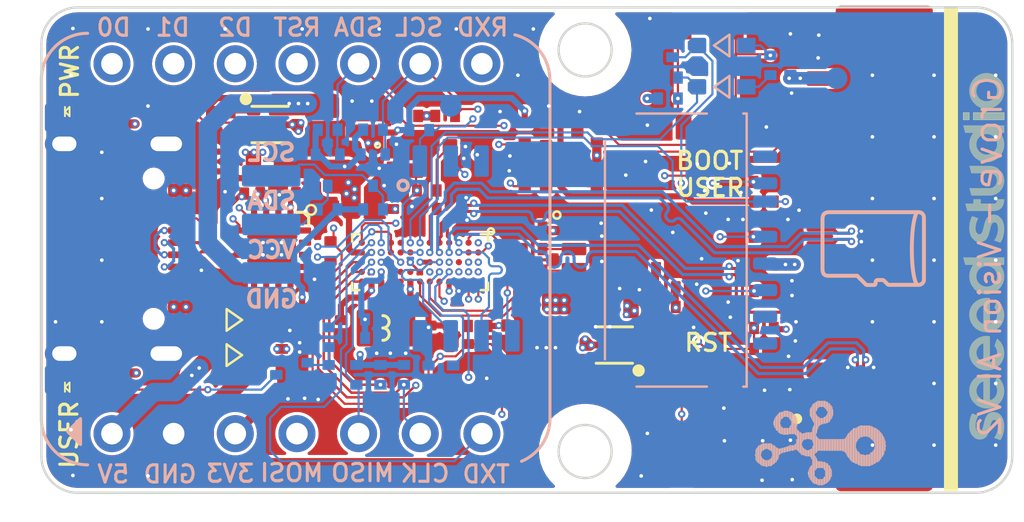
<source format=kicad_pcb>
(kicad_pcb (version 20221018) (generator pcbnew)
  (layers (0 "F.Cu" signal) (1 "In1.Cu" signal) (2 "In2.Cu" jumper) (31 "B.Cu" power) (34 "B.Paste" user) (35 "F.Paste" user) (36 "B.SilkS" user "B.Silkscreen") (37 "F.SilkS" user "F.Silkscreen") (38 "B.Mask" user) (39 "F.Mask" user) (44 "Edge.Cuts" user))
  (net 0 "")
  (net 3 "GND")
  (net 4 "VBUS")
  (net 5 "RX_D0_N")
  (net 6 "RX_D0_P")
  (net 7 "RX_D1_N")
  (net 8 "RX_D1_P")
  (net 9 "RX_CK_N")
  (net 10 "RX_CK_P")
  (net 11 "VMAIN")
  (net 12 "Net-(J1-CC1)")
  (net 13 "UD+")
  (net 14 "UD-")
  (net 15 "Net-(J1-CC2)")
  (net 17 "QSPI_D2")
  (net 18 "QSPI_D0")
  (net 19 "QSPI_CS")
  (net 20 "QSPI_CLK")
  (net 21 "QSPI_D1")
  (net 22 "QSPI_D3")
  (net 23 "SEN_I2CM_SDA")
  (net 24 "SEN_I2CM_SCL")
  (net 25 "VCC_3V3")
  (net 26 "Net-(D2-K)")
  (net 27 "Net-(U4-FB)")
  (net 28 "RST")
  (net 29 "BOOTOPT0")
  (net 35 "V33IO")
  (net 36 "1V8")
  (net 37 "/0V9")
  (net 38 "Net-(U1-VX1)")
  (net 39 "Net-(U1-XTAL_24M_I)")
  (net 40 "Net-(U1-XTAL_24M_O)")
  (net 41 "Net-(U1-TEST_MODE)")
  (net 43 "SEN_D1{slash}SD~{INSERT}")
  (net 47 "M_3V3_SCL")
  (net 48 "M_3V3_SDA")
  (net 49 "Net-(U2-RTS)")
  (net 50 "Net-(BOOT1-Pad2)")
  (net 57 "Net-(D1-A)")
  (net 58 "Net-(LED1-K)")
  (net 59 "Net-(MIC1-CLK)")
  (net 60 "Net-(MIC1-DATA)")
  (net 61 "Net-(M1-3V3)")
  (net 62 "Net-(D3-A)")
  (net 63 "PB3{slash}SSPIM_DI{slash}3V3")
  (net 64 "PB2{slash}SSPIM_DO{slash}3V3")
  (net 65 "PA2{slash}I2CS0_SCL{slash}3V3")
  (net 66 "PA3{slash}I2CS0_SDA{slash}3V3")
  (net 67 "USR_BTN{slash}1V8")
  (net 68 "PB4{slash}SSPIM_SCLK{slash}3V3")
  (net 69 "PB5{slash}SSPIM_~{CS}{slash}3V3")
  (net 70 "PB9{slash}PDM_CLK{slash}3V3")
  (net 71 "PB10{slash}PDM_DATA0{slash}3V3")
  (net 72 "USER_LED{slash}1V8")
  (net 73 "PA1{slash}VMUTE{slash}3V3")
  (net 74 "GROVE_5V_IN")
  (net 75 "I2CS0_SCL{slash}5V")
  (net 76 "PA0{slash}3V3")
  (net 77 "PB11{slash}3V3")
  (net 78 "PB8{slash}3V3")
  (net 79 "PB6{slash}UART1_RX{slash}3V3")
  (net 80 "PB7{slash}UART1_TX{slash}3V3")
  (net 81 "Net-(LED1-A)")
  (net 82 "PB0{slash}RX0{slash}3V3")
  (net 83 "PB1{slash}TX0{slash}3V3")
  (net 84 "Net-(LED2-A)")
  (net 85 "I2CS0_SDA{slash}5V")
  (net 91 "Net-(U6-FB)")
  (net 92 "Net-(U4-LX)")
  (net 93 "Net-(U6-LX)")
  (net 94 "Net-(U4-PG)")
  (net 95 "Net-(U4-EN)")
  (net 96 "Net-(U6-EN)")
  (net 97 "Net-(U6-PG)")
  (net 98 "Net-(Q3-G)")
  (footprint "MLCCs:C0402" (layer "F.Cu") (at 143.9926 155.6258 -90)
    (fp_text reference "C3")
    (fp_text value "10nF")
  )
  (footprint "MLCCs:C0402" (layer "F.Cu") (at 145.9738 154.4574)
    (fp_text reference "C26")
    (fp_text value "100nF")
  )
  (footprint "MLCCs:R0402" (layer "F.Cu") (at 156.1846 155.4226 180)
    (fp_text reference "D8")
    (fp_text value "DNP")
  )
  (footprint "MLCCs:R0402" (layer "F.Cu") (at 146.6596 152.1968 180)
    (fp_text reference "R30")
    (fp_text value "0R")
  )
  (footprint "MLCCs:C0402" (layer "F.Cu") (at 138.3284 151.384 -90)
    (fp_text reference "C16")
    (fp_text value "220nF")
  )
  (footprint "MLCCs:C0402" (layer "F.Cu") (at 139.6302 148.8186)
    (fp_text reference "C6")
    (fp_text value "4.7uF")
  )
  (footprint "MLCCs:D0805_SOD323" (layer "F.Cu") (at 134.366 154.22626 180)
    (fp_text reference "D4")
    (fp_text value "B5819WS")
  )
  (footprint "MLCCs:R0402" (layer "F.Cu") (at 156.1846 153.035 180)
    (fp_text reference "D7")
    (fp_text value "DNP")
  )
  (footprint "MLCCs:R0402" (layer "F.Cu") (at 156.1592 150.7998 180)
    (fp_text reference "D6")
    (fp_text value "DNP")
  )
  (footprint "MLCCs:C0402" (layer "F.Cu") (at 142.2972 149.6568)
    (fp_text reference "C15")
    (fp_text value "12pF")
  )
  (footprint "MLCCs:LED0402" (layer "F.Cu") (at 127.4826 145.6436)
    (fp_text reference "LED2")
    (fp_text value "Green")
  )
  (footprint "MLCCs:SW_Push_1P1T_NO_Vertical_Wuerth_434133025816" (layer "F.Cu") (at 153.8732 158.5214 90)
    (fp_text reference "RST1")
    (fp_text value "SW_Push")
  )
  (footprint "MLCCs:WLCSP65_5.6x2.3x0.56mm" (layer "F.Cu") (at 142.0178 151.84795 -90)
    (fp_text reference "U1")
    (fp_text value "HX6538")
  )
  (footprint "MLCCs:R0402" (layer "F.Cu") (at 144.399 154.47605)
    (fp_text reference "R7")
    (fp_text value "10k")
  )
  (footprint "Ic:DFN6-0.5-1.5X1.5X0.65MM" (layer "F.Cu") (at 135.8392 146.177)
    (fp_text reference "U6")
    (fp_text value "SY80004DQD")
  )
  (footprint "MLCCs:R0402" (layer "F.Cu") (at 152.146 155.321)
    (fp_text reference "R8")
    (fp_text value "10K")
  )
  (footprint "Logo:LOGO-SEEED-NEW-1_5X15MM" (layer "F.Cu") (at 166.068705 159.17752 90)
    (fp_text reference "REF**" hide)
    (fp_text value "Val**" hide)
  )
  (footprint "MLCCs:R0402" (layer "F.Cu") (at 143.0528 145.8214)
    (fp_text reference "R17")
    (fp_text value "DNP")
  )
  (footprint "MLCCs:C0402" (layer "F.Cu") (at 138.43 146.1008 90)
    (fp_text reference "C35")
    (fp_text value "100nF")
  )
  (footprint "MLCCs:R0402" (layer "F.Cu") (at 133.8072 145.669 180)
    (fp_text reference "R31")
    (fp_text value "10K")
  )
  (footprint "MLCCs:C0402" (layer "F.Cu") (at 147.5232 154.1526 90)
    (fp_text reference "C24")
    (fp_text value "100nF")
  )
  (footprint "MLCCs:C0402" (layer "F.Cu") (at 140.9002 147.4978 90)
    (fp_text reference "C14")
    (fp_text value "12pF")
  )
  (footprint "MLCCs:USB2.0-TYPE-C" (layer "F.Cu") (at 128.436454 151.292949 -90)
    (fp_text reference "J1")
    (fp_text value "USB_C_Receptacle_USB2.0")
  )
  (footprint "MLCCs:C0402" (layer "F.Cu") (at 147.2438 155.702 90)
    (fp_text reference "C10")
    (fp_text value "4.7uF")
  )
  (footprint "MLCCs:R0402" (layer "F.Cu") (at 129.286 146.1516 180)
    (fp_text reference "R24")
    (fp_text value "10k")
  )
  (footprint "MLCCs:C0402" (layer "F.Cu") (at 142.4432 154.8638 -90)
    (fp_text reference "C13")
    (fp_text value "100nF")
  )
  (footprint "MLCCs:R0402" (layer "F.Cu") (at 156.1592 148.5392 180)
    (fp_text reference "D5")
    (fp_text value "DNP")
  )
  (footprint "MLCCs:R0402" (layer "F.Cu") (at 133.8072 146.558)
    (fp_text reference "R34")
    (fp_text value "22K")
  )
  (footprint "MLCCs:C0402" (layer "F.Cu") (at 140.9002 149.2504 90)
    (fp_text reference "C21")
    (fp_text value "100nF")
  )
  (footprint "MLCCs:C0402" (layer "F.Cu") (at 148.3868 154.1526 90)
    (fp_text reference "C11")
    (fp_text value "10uF")
  )
  (footprint "MLCCs:MIC6P-3.5X2.65X0.94MM" (layer "F.Cu") (at 149.5044 151.3078 90)
    (fp_text reference "MIC1")
    (fp_text value "MSM261D3526H1CPM")
  )
  (footprint "MLCCs:C0402" (layer "F.Cu") (at 137.3124 148.9964)
    (fp_text reference "C31")
    (fp_text value "100nF")
  )
  (footprint "MLCCs:C0402" (layer "F.Cu") (at 139.319 146.1008 -90)
    (fp_text reference "C29")
    (fp_text value "100nF")
  )
  (footprint "MLCCs:C0402" (layer "F.Cu") (at 143.2052 154.8638 -90)
    (fp_text reference "C20")
    (fp_text value "100nF")
  )
  (footprint "MLCCs:QFN-16-EP_3x3mm_P0.5mm_EP1x1mm" (layer "F.Cu") (at 135.929454 151.292949 -90)
    (fp_text reference "U2")
    (fp_text value "CH343P")
  )
  (footprint "Ic:DFN6-0.5-1.5X1.5X0.65MM" (layer "F.Cu") (at 150.0232 155.2622 180)
    (fp_text reference "U4")
    (fp_text value "SY80004DQD")
  )
  (footprint "MLCCs:R0402" (layer "F.Cu") (at 156.1846 149.352)
    (fp_text reference "R25")
    (fp_text value "DNP")
  )
  (footprint "MLCCs:4P2016" (layer "F.Cu") (at 142.5512 147.574 180)
    (fp_text reference "X1")
    (fp_text value "24MHz")
  )
  (footprint "MLCCs:L0603" (layer "F.Cu") (at 135.7884 147.6756)
    (fp_text reference "L3")
    (fp_text value "470nH")
  )
  (footprint "MLCCs:R0402" (layer "F.Cu") (at 129.4384 156.4132)
    (fp_text reference "R38")
    (fp_text value "10K")
  )
  (footprint "MLCCs:FPC_DNC_15P_1.0mm" (layer "F.Cu") (at 161.14235 151.2824 90)
    (fp_text reference "J2")
    (fp_text value "Conn_01x15_MountingPin")
  )
  (footprint "MLCCs:R0402" (layer "F.Cu") (at 152.146 152.0952 180)
    (fp_text reference "R26")
    (fp_text value "22K")
  )
  (footprint "MLCCs:R0402" (layer "F.Cu") (at 149.3012 146.5072 90)
    (fp_text reference "R20")
    (fp_text value "2.2k")
  )
  (footprint "MLCCs:R0402" (layer "F.Cu") (at 146.3294 146.5072 90)
    (fp_text reference "R22")
    (fp_text value "2.2k")
  )
  (footprint "MLCCs:SOT523" (layer "F.Cu") (at 147.8534 148.3106)
    (fp_text reference "Q1")
    (fp_text value "CJ1012")
  )
  (footprint "MLCCs:R0402" (layer "F.Cu") (at 136.3218 155.829 -90)
    (fp_text reference "R39")
    (fp_text value "0R")
  )
  (footprint "MLCCs:C0402" (layer "F.Cu") (at 139.6302 149.6822 180)
    (fp_text reference "C8")
    (fp_text value "100nF")
  )
  (footprint "MLCCs:L0806" (layer "F.Cu") (at 140.6144 154.559 180)
    (fp_text reference "L1")
    (fp_text value "VLS201610HBX-4R7M-1")
  )
  (footprint "MLCCs:R0402" (layer "F.Cu") (at 133.389454 150.2156 90)
    (fp_text reference "R2")
    (fp_text value "5.1k")
  )
  (footprint "MLCCs:X2SON-4" (layer "F.Cu") (at 139.6302 147.6248 -90)
    (fp_text reference "U3")
    (fp_text value "WR0331-18FF4R")
  )
  (footprint "MLCCs:R0402" (layer "F.Cu") (at 149.3012 148.3106 -90)
    (fp_text reference "R19")
    (fp_text value "2.2k")
  )
  (footprint "MLCCs:C0402" (layer "F.Cu") (at 134.366 149.0218 180)
    (fp_text reference "C2")
    (fp_text value "1uF")
  )
  (footprint "MLCCs:C0402" (layer "F.Cu") (at 134.239 147.701 -90)
    (fp_text reference "C36")
    (fp_text value "100nF")
  )
  (footprint "MLCCs:C0402" (layer "F.Cu") (at 137.16 154.2542 -90)
    (fp_text reference "C18")
    (fp_text value "1uF")
  )
  (footprint "MLCCs:C0402" (layer "F.Cu") (at 138.43 149.098 -90)
    (fp_text reference "C23")
    (fp_text value "100nF")
  )
  (footprint "MLCCs:C0402" (layer "F.Cu") (at 146.6596 150.4188)
    (fp_text reference "C25")
    (fp_text value "100nF")
  )
  (footprint "MLCCs:R0402" (layer "F.Cu") (at 152.146 153.6954)
    (fp_text reference "R16")
    (fp_text value "100K")
  )
  (footprint "MLCCs:R0402" (layer "F.Cu") (at 146.6596 151.3078 180)
    (fp_text reference "R29")
    (fp_text value "0R")
  )
  (footprint "MLCCs:R0402" (layer "F.Cu") (at 146.3294 148.3106 90)
    (fp_text reference "R21")
    (fp_text value "2.2k")
  )
  (footprint "MLCCs:R0402" (layer "F.Cu") (at 133.4008 147.701 -90)
    (fp_text reference "R33")
    (fp_text value "100K")
  )
  (footprint "MLCCs:C0402" (layer "F.Cu") (at 152.146 152.8826)
    (fp_text reference "C32")
    (fp_text value "100nF")
  )
  (footprint "MLCCs:R0402" (layer "F.Cu") (at 156.1846 154.559 180)
    (fp_text reference "R28")
    (fp_text value "DNP")
  )
  (footprint "MLCCs:C0402" (layer "F.Cu") (at 136.3218 154.2542 90)
    (fp_text reference "C30")
    (fp_text value "100nF")
  )
  (footprint "MLCCs:D0805_SOD323" (layer "F.Cu") (at 134.366 155.6766 180)
    (fp_text reference "D2")
    (fp_text value "B5819WS")
  )
  (footprint "MLCCs:C0402" (layer "F.Cu") (at 137.541 146.1008 -90)
    (fp_text reference "C34")
    (fp_text value "4.7uF")
  )
  (footprint "MLCCs:C0402" (layer "F.Cu") (at 146.3802 155.702 90)
    (fp_text reference "C9")
    (fp_text value "4.7uF")
  )
  (footprint "MLCCs:R0402" (layer "F.Cu") (at 152.146 154.5336)
    (fp_text reference "R6")
    (fp_text value "100K")
  )
  (footprint "MLCCs:R0402" (layer "F.Cu") (at 141.5288 145.8214 180)
    (fp_text reference "R18")
    (fp_text value "DNP")
  )
  (footprint "MLCCs:C0402" (layer "F.Cu") (at 138.7602 154.64195 -90)
    (fp_text reference "C22")
    (fp_text value "100nF")
  )
  (footprint "MLCCs:C0402" (layer "F.Cu") (at 140.2588 146.1008 90)
    (fp_text reference "C28")
    (fp_text value "4.7uF")
  )
  (footprint "MLCCs:SW_Push_1P1T_NO_Vertical_Wuerth_434133025816" (layer "F.Cu") (at 153.9494 144.2212 -90)
    (fp_text reference "BOOT1")
    (fp_text value "SW_Push")
  )
  (footprint "MLCCs:C0402" (layer "F.Cu") (at 148.1074 155.702 -90)
    (fp_text reference "C27")
    (fp_text value "100nF")
  )
  (footprint "MLCCs:R0402" (layer "F.Cu") (at 132.334 145.669 180)
    (fp_text reference "R32")
    (fp_text value "100K")
  )
  (footprint "MLCCs:R0402" (layer "F.Cu") (at 142.2972 148.8948)
    (fp_text reference "R35")
    (fp_text value "510k")
  )
  (footprint "MLCCs:LED0402" (layer "F.Cu") (at 127.4826 156.9974)
    (fp_text reference "LED1")
    (fp_text value "Yellow")
  )
  (footprint "MLCCs:SOT523" (layer "F.Cu") (at 147.8534 146.5072)
    (fp_text reference "Q2")
    (fp_text value "CJ1012")
  )
  (footprint "MLCCs:R0402" (layer "F.Cu") (at 133.389454 152.689949 90)
    (fp_text reference "R3")
    (fp_text value "5.1k")
  )
  (footprint "MLCCs:C0402" (layer "F.Cu") (at 138.43 147.6248 -90)
    (fp_text reference "C39")
    (fp_text value "100nF")
  )
  (footprint "MLCCs:C0402" (layer "F.Cu") (at 137.541 147.6248 -90)
    (fp_text reference "C37")
    (fp_text value "10uF")
  )
  (footprint "MLCCs:C0402" (layer "F.Cu") (at 135.8392 148.9964)
    (fp_text reference "C1")
    (fp_text value "1uF")
  )
  (footprint "MLCCs:C0402" (layer "F.Cu") (at 156.1846 151.9428 180)
    (fp_text reference "C17")
    (fp_text value "1uF")
  )
  (footprint "MLCCs:L0603" (layer "F.Cu") (at 150.074 153.7382 180)
    (fp_text reference "L2")
    (fp_text value "470nH")
  )
  (footprint "MLCCs:R0402" (layer "B.Cu") (at 143.383 156.5148 -90)
    (fp_text reference "R10")
    (fp_text value "100k")
  )
  (footprint "MLCCs:4P-SMD-2.0mm-RIGHT" (layer "B.Cu") (at 134.36035 151.292949 -90)
    (fp_text reference "J3")
    (fp_text value "Conn_01x04_MountingPin")
  )
  (footprint "MLCCs:C0402" (layer "B.Cu") (at 140.1572 154.9654)
    (fp_text reference "C4")
    (fp_text value "4.7uF")
  )
  (footprint "Misc:TP-D35MIL" (layer "B.Cu") (at 148.336 147.955 90)
    (fp_text reference "TP3")
    (fp_text value "Test Point" hide)
  )
  (footprint "MLCCs:D0805_SOD323" (layer "B.Cu") (at 154.4447 144.62252)
    (fp_text reference "D1")
    (fp_text value "B5819WS")
  )
  (footprint "MLCCs:R0402" (layer "B.Cu") (at 141.986 146.4056)
    (fp_text reference "R5")
    (fp_text value "10k")
  )
  (footprint "MLCCs:R0402" (layer "B.Cu") (at 140.081 149.6722)
    (fp_text reference "R14")
    (fp_text value "2.2k")
  )
  (footprint "MLCCs:R0402" (layer "B.Cu") (at 152.2349 144.24152 180)
    (fp_text reference "R23")
    (fp_text value "10k")
  )
  (footprint "MLCCs:R0402" (layer "B.Cu") (at 138.2132 149.6722 180)
    (fp_text reference "R15")
    (fp_text value "2.2k")
  )
  (footprint "MLCCs:C0402" (layer "B.Cu") (at 142.367 156.5148 90)
    (fp_text reference "C19")
    (fp_text value "1uF")
  )
  (footprint "MLCCs:SOT523" (layer "B.Cu") (at 136.7382 156.4894 180)
    (fp_text reference "Q3")
    (fp_text value "CJ1012")
  )
  (footprint "MLCCs:D0805_SOD323" (layer "B.Cu") (at 154.4447 142.92072)
    (fp_text reference "D3")
    (fp_text value "B5819WS")
  )
  (footprint "MLCCs:R0402" (layer "B.Cu") (at 141.351 156.4894 -90)
    (fp_text reference "R27")
    (fp_text value "DNP")
  )
  (footprint "MLCCs:SOT523" (layer "B.Cu") (at 140.081 148.0566 -90)
    (fp_text reference "Q4")
    (fp_text value "CJ1012")
  )
  (footprint "MLCCs:SOT523" (layer "B.Cu") (at 138.2132 148.0566 -90)
    (fp_text reference "Q5")
    (fp_text value "CJ1012")
  )
  (footprint "MLCCs:C0402" (layer "B.Cu") (at 157.2768 143.7132 90)
    (fp_text reference "C5")
    (fp_text value "100nF")
  )
  (footprint "MLCCs:R0402" (layer "B.Cu") (at 152.2349 145.10512)
    (fp_text reference "R4")
    (fp_text value "2.2k")
  )
  (footprint "MLCCs:R0402" (layer "B.Cu") (at 139.3952 156.4894 -90)
    (fp_text reference "R9")
    (fp_text value "DNP")
  )
  (footprint "MLCCs:C0402" (layer "B.Cu") (at 140.1572 154.2034)
    (fp_text reference "C7")
    (fp_text value "4.7uF")
  )
  (footprint "MLCCs:R0402" (layer "B.Cu") (at 138.2132 146.3902 180)
    (fp_text reference "R13")
    (fp_text value "2.2k")
  )
  (footprint "MLCCs:R0402" (layer "B.Cu") (at 138.2522 154.94 -90)
    (fp_text reference "R40")
    (fp_text value "2.2k")
  )
  (footprint "MLCCs:SOIC-8_5.23x5.23mm_P1.27mm" (layer "B.Cu") (at 143.9164 151.2824 -90)
    (fp_text reference "U5")
    (fp_text value "W25Q128JWSIQ")
  )
  (footprint "MLCCs:XIAO_Socket" (layer "B.Cu") (at 136.945454 151.292949 180)
    (fp_text reference "M1")
    (fp_text value "XIAO Connector/DNP" hide)
  )
  (footprint "Misc:TP-D35MIL" (layer "B.Cu") (at 143.2814 145.415 90)
    (fp_text reference "TP2")
    (fp_text value "Test Point" hide)
  )
  (footprint "Misc:TP-D35MIL" (layer "B.Cu") (at 159.1818 144.272 90)
    (fp_text reference "TP1")
    (fp_text value "Test Point" hide)
  )
  (footprint "MLCCs:R0402" (layer "B.Cu") (at 140.081 146.3902 180)
    (fp_text reference "R1")
    (fp_text value "2.2k")
  )
  (footprint "MLCCs:R0402" (layer "B.Cu") (at 138.2522 156.4894 -90)
    (fp_text reference "R37")
    (fp_text value "100k")
  )
  (footprint "MLCCs:R0402" (layer "B.Cu") (at 152.4127 142.99692 90)
    (fp_text reference "R11")
    (fp_text value "100k")
  )
  (footprint "Logo:GROVE-SILK-SMALL" (layer "B.Cu") (at 161.33645 157.16685 -90)
    (fp_text reference "REF**" hide)
    (fp_text value "")
  )
  (footprint "Connector:SD-TF-MR267" (layer "B.Cu") (at 156.2354 151.3498 -90)
    (fp_text reference "J5")
    (fp_text value "ST-TF-MR267")
  )
  (footprint "MLCCs:R0402" (layer "B.Cu") (at 140.3858 156.4894 -90)
    (fp_text reference "R12")
    (fp_text value "DNP")
  )
  (footprint "MLCCs:R0402" (layer "B.Cu") (at 156.4513 143.73352 -90)
    (fp_text reference "R36")
    (fp_text value "5.1k")
  )
  (gr_poly (pts (xy 158.866257 149.707746) (xy 158.834252 149.709577) (xy 158.80178 149.713098) (xy 158.769239 149.718692) (xy 158.737023 149.726743) (xy 158.721162 149.731809) (xy 158.70553 149.737633) (xy 158.690179 149.744263) (xy 158.675156 149.751747) (xy 158.660512 149.760132) (xy 158.646297 149.769467) (xy 158.632559 149.779799) (xy 158.619349 149.791177) (xy 158.606715 149.803649) (xy 158.594708 149.817261) (xy 158.583377 149.832063) (xy 158.572771 149.848102) (xy 158.56294 149.865427) (xy 158.553934 149.884084) (xy 158.545802 149.904122) (xy 158.538593 149.925589) (xy 158.532358 149.948533) (xy 158.527145 149.973002) (xy 158.523004 149.999043) (xy 158.519986 150.026705) (xy 158.518138 150.056036) (xy 158.517511 150.087083) (xy 158.517511 152.11006) (xy 158.518171 152.144571) (xy 158.520115 152.176926) (xy 158.523286 152.207194) (xy 158.527629 152.235444) (xy 158.533087 152.261748) (xy 158.539605 152.286173) (xy 158.547125 152.30879) (xy 158.555594 152.329668) (xy 158.564953 152.348877) (xy 158.575148 152.366486) (xy 158.586122 152.382564) (xy 158.59782 152.397183) (xy 158.610184 152.41041) (xy 158.62316 152.422315) (xy 158.636692 152.432969) (xy 158.650722 152.44244) (xy 158.665196 152.450798) (xy 158.680057 152.458113) (xy 158.695249 152.464454) (xy 158.710716 152.469891) (xy 158.726403 152.474493) (xy 158.742252 152.47833) (xy 158.774217 152.483987) (xy 158.806162 152.487418) (xy 158.83764 152.48918) (xy 158.8974 152.489922) (xy 159.993039 152.489922) (xy 160.321122 152.818006) (xy 160.327378 152.823953) (xy 160.333909 152.829568) (xy 160.3407 152.834842) (xy 160.347732 152.839769) (xy 160.35499 152.844343) (xy 160.362457 152.848555) (xy 160.370115 152.852399) (xy 160.377948 152.855868) (xy 160.38594 152.858955) (xy 160.394072 152.861653) (xy 160.40233 152.863955) (xy 160.410695 152.865854) (xy 160.41915 152.867343) (xy 160.42768 152.868416) (xy 160.436267 152.869064) (xy 160.444894 152.869282) (xy 160.721437 152.869282) (xy 160.728903 152.869093) (xy 160.736271 152.868531) (xy 160.743533 152.867605) (xy 160.750681 152.866325) (xy 160.757703 152.864701) (xy 160.764592 152.86274) (xy 160.771338 152.860453) (xy 160.777932 152.857848) (xy 160.784365 152.854935) (xy 160.790627 152.851723) (xy 160.79671 152.848221) (xy 160.802604 152.844438) (xy 160.8083 152.840384) (xy 160.813789 152.836067) (xy 160.819062 152.831498) (xy 160.824109 152.826684) (xy 160.828921 152.821636) (xy 160.833489 152.816362) (xy 160.837805 152.810872) (xy 160.841858 152.805175) (xy 160.845639 152.79928) (xy 160.84914 152.793196) (xy 160.852351 152.786932) (xy 160.855263 152.780499) (xy 160.857867 152.773904) (xy 160.860154 152.767157) (xy 160.862114 152.760267) (xy 160.863738 152.753244) (xy 160.865017 152.746096) (xy 160.865942 152.738834) (xy 160.866504 152.731465) (xy 160.866693 152.723999) (xy 160.866693 152.675633) (xy 160.866708 152.675049) (xy 160.866752 152.674473) (xy 160.866824 152.673904) (xy 160.866924 152.673345) (xy 160.867051 152.672796) (xy 160.867204 152.672257) (xy 160.867382 152.67173) (xy 160.867585 152.671215) (xy 160.867813 152.670712) (xy 160.868064 152.670222) (xy 160.868337 152.669747) (xy 160.868633 152.669286) (xy 160.868949 152.668841) (xy 160.869287 152.668413) (xy 160.869644 152.668001) (xy 160.87002 152.667607) (xy 160.870415 152.667231) (xy 160.870828 152.666874) (xy 160.871257 152.666537) (xy 160.871703 152.666221) (xy 160.872165 152.665926) (xy 160.872641 152.665653) (xy 160.873132 152.665402) (xy 160.873636 152.665175) (xy 160.874153 152.664972) (xy 160.874682 152.664793) (xy 160.875222 152.66464) (xy 160.875774 152.664514) (xy 160.876335 152.664414) (xy 160.876905 152.664342) (xy 160.877484 152.664298) (xy 160.87807 152.664283) (xy 161.062855 152.664283) (xy 161.063965 152.664311) (xy 161.06507 152.664395) (xy 161.066168 152.664533) (xy 161.067257 152.664725) (xy 161.068335 152.66497) (xy 161.0694 152.665267) (xy 161.070449 152.665615) (xy 161.071481 152.666013) (xy 161.072492 152.66646) (xy 161.073482 152.666956) (xy 161.074448 152.667499) (xy 161.075387 152.668089) (xy 161.076297 152.668725) (xy 161.077177 152.669405) (xy 161.078024 152.67013) (xy 161.078836 152.670897) (xy 161.219065 152.811153) (xy 161.225504 152.81729) (xy 161.232193 152.823068) (xy 161.239119 152.82848) (xy 161.246269 152.833523) (xy 161.253633 152.838191) (xy 161.261197 152.84248) (xy 161.268949 152.846384) (xy 161.276877 152.849898) (xy 161.284969 152.853017) (xy 161.293212 152.855737) (xy 161.301594 152.858052) (xy 161.310103 152.859958) (xy 161.318728 152.861448) (xy 161.327454 152.862519) (xy 161.336271 152.863165) (xy 161.345166 152.863382) (xy 162.561138 152.863382) (xy 162.576439 152.862994) (xy 162.591542 152.861841) (xy 162.606428 152.859944) (xy 162.621078 152.85732) (xy 162.635473 152.853989) (xy 162.649595 152.849969) (xy 162.663425 152.845279) (xy 162.676943 152.839938) (xy 162.690132 152.833966) (xy 162.702971 152.82738) (xy 162.715442 152.8202) (xy 162.727527 152.812445) (xy 162.739206 152.804133) (xy 162.75046 152.795283) (xy 162.761271 152.785915) (xy 162.77162 152.776046) (xy 162.781488 152.765697) (xy 162.790856 152.754885) (xy 162.799706 152.743629) (xy 162.808017 152.731949) (xy 162.815772 152.719864) (xy 162.822952 152.707391) (xy 162.829537 152.694551) (xy 162.83551 152.681361) (xy 162.84085 152.667842) (xy 162.84554 152.65401) (xy 162.84956 152.639887) (xy 162.852891 152.625489) (xy 162.855515 152.610837) (xy 162.857412 152.595949) (xy 162.858564 152.580844) (xy 162.858953 152.56554) (xy 162.696393 152.56554) (xy 162.696216 152.572491) (xy 162.695693 152.579351) (xy 162.694831 152.586113) (xy 162.693639 152.592768) (xy 162.692126 152.599307) (xy 162.6903 152.605721) (xy 162.68817 152.612003) (xy 162.685744 152.618144) (xy 162.683031 152.624135) (xy 162.68004 152.629967) (xy 162.676779 152.635632) (xy 162.673256 152.641121) (xy 162.669481 152.646426) (xy 162.665462 152.651539) (xy 162.661207 152.65645) (xy 162.656725 152.661151) (xy 162.652025 152.665633) (xy 162.647114 152.669889) (xy 162.642003 152.673909) (xy 162.636699 152.677684) (xy 162.63121 152.681207) (xy 162.625546 152.684468) (xy 162.619715 152.68746) (xy 162.613726 152.690173) (xy 162.607587 152.692599) (xy 162.601307 152.694729) (xy 162.594893 152.696555) (xy 162.588356 152.698068) (xy 162.581703 152.69926) (xy 162.574944 152.700122) (xy 162.568086 152.700645) (xy 162.561138 152.700822) (xy 162.534147 152.700822) (xy 162.513428 152.651048) (xy 162.487537 152.573177) (xy 162.45892 152.463379) (xy 162.430021 152.317822) (xy 162.403288 152.132675) (xy 162.381164 151.904108) (xy 162.372596 151.772345) (xy 162.366097 151.628289) (xy 162.361973 151.471463) (xy 162.360531 151.301388) (xy 162.361977 151.130863) (xy 162.366113 150.973169) (xy 162.372636 150.827873) (xy 162.38124 150.694542) (xy 162.391621 150.57274) (xy 162.403477 150.462033) (xy 162.416501 150.361989) (xy 162.430391 150.272173) (xy 162.444843 150.192151) (xy 162.459551 150.121489) (xy 162.474213 150.059753) (xy 162.488524 150.00651) (xy 162.502179 149.961325) (xy 162.514876 149.923764) (xy 162.526309 149.893394) (xy 162.536174 149.86978) (xy 162.361824 149.86978) (xy 162.335875 149.950155) (xy 162.308438 150.054278) (xy 162.281038 150.184357) (xy 162.2552 150.3426) (xy 162.23245 150.531216) (xy 162.214311 150.752414) (xy 162.20231 151.008402) (xy 162.197971 151.301388) (xy 162.199032 151.450424) (xy 162.202098 151.589848) (xy 162.206995 151.719961) (xy 162.213548 151.841064) (xy 162.221583 151.953456) (xy 162.230926 152.057438) (xy 162.241402 152.15331) (xy 162.252835 152.241374) (xy 162.265053 152.32193) (xy 162.27788 152.395277) (xy 162.291142 152.461717) (xy 162.304664 152.52155) (xy 162.318272 152.575076) (xy 162.331791 152.622597) (xy 162.345047 152.664412) (xy 162.357865 152.700822) (xy 161.345166 152.700822) (xy 161.344375 152.700803) (xy 161.343592 152.700745) (xy 161.342817 152.700651) (xy 161.342052 152.700519) (xy 161.341297 152.700351) (xy 161.340554 152.700146) (xy 161.339823 152.699906) (xy 161.339107 152.699631) (xy 161.338405 152.699321) (xy 161.337719 152.698977) (xy 161.33705 152.698599) (xy 161.3364 152.698188) (xy 161.335768 152.697743) (xy 161.335157 152.697267) (xy 161.334568 152.696758) (xy 161.334 152.696218) (xy 161.193718 152.55591) (xy 161.187027 152.549541) (xy 161.18008 152.543546) (xy 161.172888 152.53793) (xy 161.165465 152.532698) (xy 161.157822 152.527854) (xy 161.149973 152.523405) (xy 161.141929 152.519355) (xy 161.133704 152.515709) (xy 161.12531 152.512473) (xy 161.116758 152.509652) (xy 161.108062 152.507251) (xy 161.099235 152.505274) (xy 161.090288 152.503728) (xy 161.081234 152.502618) (xy 161.072086 152.501947) (xy 161.062855 152.501723) (xy 160.87807 152.501723) (xy 160.869135 152.50195) (xy 160.860316 152.502623) (xy 160.851623 152.503731) (xy 160.843067 152.505263) (xy 160.83466 152.507208) (xy 160.826413 152.509556) (xy 160.818336 152.512294) (xy 160.810441 152.515413) (xy 160.802739 152.5189) (xy 160.79524 152.522746) (xy 160.787957 152.526938) (xy 160.780899 152.531467) (xy 160.774077 152.536321) (xy 160.767504 152.541488) (xy 160.76119 152.546959) (xy 160.755145 152.552721) (xy 160.749381 152.558765) (xy 160.743909 152.565078) (xy 160.738741 152.57165) (xy 160.733886 152.57847) (xy 160.729356 152.585527) (xy 160.725162 152.59281) (xy 160.721316 152.600307) (xy 160.717827 152.608008) (xy 160.714708 152.615902) (xy 160.711968 152.623978) (xy 160.70962 152.632225) (xy 160.707674 152.640631) (xy 160.706142 152.649186) (xy 160.705033 152.657879) (xy 160.70436 152.666698) (xy 160.704133 152.675633) (xy 160.704133 152.706722) (xy 160.444894 152.706722) (xy 160.44428 152.706707) (xy 160.443668 152.706661) (xy 160.44306 152.706585) (xy 160.442457 152.706479) (xy 160.44186 152.706344) (xy 160.441271 152.706181) (xy 160.44069 152.705989) (xy 160.440119 152.705769) (xy 160.439559 152.705523) (xy 160.439012 152.705249) (xy 160.438478 152.704949) (xy 160.437959 152.704624) (xy 160.437456 152.704272) (xy 160.436971 152.703896) (xy 160.436504 152.703496) (xy 160.436057 152.703071) (xy 160.060349 152.327363) (xy 158.8974 152.327363) (xy 158.843926 152.326938) (xy 158.82026 152.32593) (xy 158.79859 152.323967) (xy 158.778877 152.320731) (xy 158.769742 152.318536) (xy 158.761081 152.315903) (xy 158.752891 152.312793) (xy 158.745165 152.309166) (xy 158.7379 152.304981) (xy 158.731089 152.3002) (xy 158.724729 152.294782) (xy 158.718815 152.288687) (xy 158.713341 152.281877) (xy 158.708303 152.27431) (xy 158.703695 152.265948) (xy 158.699514 152.25675) (xy 158.695755 152.246677) (xy 158.692411 152.235688) (xy 158.689479 152.223745) (xy 158.686954 152.210807) (xy 158.684831 152.196834) (xy 158.683104 152.181787) (xy 158.68177 152.165626) (xy 158.680823 152.148311) (xy 158.680071 152.11006) (xy 158.680071 150.087083) (xy 158.680828 150.053807) (xy 158.681781 150.03849) (xy 158.683124 150.024023) (xy 158.68486 150.010383) (xy 158.686995 149.997547) (xy 158.689533 149.98549) (xy 158.692478 149.974191) (xy 158.695836 149.963625) (xy 158.69961 149.95377) (xy 158.703806 149.944603) (xy 158.708428 149.936099) (xy 158.713481 149.928237) (xy 158.718968 149.920992) (xy 158.724896 149.914343) (xy 158.731268 149.908264) (xy 158.738088 149.902734) (xy 158.745363 149.897728) (xy 158.753095 149.893225) (xy 158.761291 149.8892) (xy 158.769953 149.88563) (xy 158.779088 149.882492) (xy 158.788699 149.879764) (xy 158.798791 149.877421) (xy 158.820437 149.8738) (xy 158.844063 149.871443) (xy 158.869705 149.870165) (xy 158.8974 149.86978) (xy 162.361824 149.86978) (xy 162.536174 149.86978) (xy 162.561138 149.86978) (xy 162.568086 149.869957) (xy 162.574944 149.87048) (xy 162.581703 149.871342) (xy 162.588356 149.872534) (xy 162.594893 149.874047) (xy 162.601307 149.875873) (xy 162.607587 149.878003) (xy 162.613726 149.880429) (xy 162.619715 149.883142) (xy 162.625546 149.886134) (xy 162.63121 149.889395) (xy 162.636699 149.892918) (xy 162.642003 149.896694) (xy 162.647114 149.900713) (xy 162.652025 149.904969) (xy 162.656725 149.909451) (xy 162.661207 149.914152) (xy 162.665462 149.919063) (xy 162.669481 149.924176) (xy 162.673256 149.929481) (xy 162.676779 149.93497) (xy 162.68004 149.940635) (xy 162.683031 149.946467) (xy 162.685744 149.952458) (xy 162.68817 149.958599) (xy 162.6903 149.964881) (xy 162.692126 149.971296) (xy 162.693639 149.977835) (xy 162.694831 149.984489) (xy 162.695693 149.991251) (xy 162.696216 149.998111) (xy 162.696393 150.005062) (xy 162.696393 152.56554) (xy 162.858953 152.56554) (xy 162.858953 150.005062) (xy 162.858564 149.989758) (xy 162.857412 149.974653) (xy 162.855515 149.959765) (xy 162.852891 149.945113) (xy 162.84956 149.930715) (xy 162.84554 149.916592) (xy 162.84085 149.902761) (xy 162.83551 149.889241) (xy 162.829537 149.876051) (xy 162.822952 149.863211) (xy 162.815772 149.850738) (xy 162.808017 149.838653) (xy 162.799706 149.826973) (xy 162.790856 149.815718) (xy 162.781488 149.804906) (xy 162.77162 149.794556) (xy 162.761271 149.784687) (xy 162.75046 149.775319) (xy 162.739206 149.766469) (xy 162.727527 149.758157) (xy 162.715442 149.750402) (xy 162.702971 149.743222) (xy 162.690132 149.736636) (xy 162.676943 149.730664) (xy 162.663425 149.725323) (xy 162.649595 149.720633) (xy 162.635473 149.716614) (xy 162.621078 149.713282) (xy 162.606428 149.710658) (xy 162.591542 149.708761) (xy 162.576439 149.707609) (xy 162.561138 149.70722) (xy 158.8974 149.70722)) (fill solid) (layer "B.SilkS"))
  (gr_line (start 126.4158 158.2928) (end 126.4158 144.3228) (stroke (width 0.127)) (layer "B.SilkS"))
  (gr_arc (start 128.3208 160.1978) (mid 126.973762 159.639838) (end 126.4158 158.2928) (stroke (width 0.127)) (layer "B.SilkS"))
  (gr_arc (start 126.4158 144.3228) (mid 126.973762 142.975762) (end 128.3208 142.4178) (stroke (width 0.127)) (layer "B.SilkS"))
  (gr_arc (start 147.370605 158.2928) (mid 147.051127 159.348745) (end 146.19986 160.05048) (stroke (width 0.127)) (layer "B.SilkS"))
  (gr_arc (start 145.923 142.4813) (mid 146.960398 143.153899) (end 147.363207 144.3228) (stroke (width 0.127)) (layer "B.SilkS"))
  (gr_line (start 147.3708 144.3228) (end 147.3708 158.2928) (stroke (width 0.127)) (layer "B.SilkS"))
  (gr_curve (pts (xy 126.417732 159.845354) (xy 126.417732 160.676093) (xy 127.091179 161.34954) (xy 127.921918 161.34954)) (stroke (width 0.1)) (layer "Edge.Cuts"))
  (gr_curve (pts (xy 149.911453 143.102947) (xy 149.911453 142.499381) (xy 149.422166 142.010094) (xy 148.8186 142.010094)) (stroke (width 0.1)) (layer "Edge.Cuts"))
  (gr_line (start 164.913267 141.351) (end 127.921918 141.351) (stroke (width 0.1)) (layer "Edge.Cuts"))
  (gr_curve (pts (xy 164.913267 161.34954) (xy 165.744006 161.34954) (xy 166.417453 160.676093) (xy 166.417453 159.845354)) (stroke (width 0.1)) (layer "Edge.Cuts"))
  (gr_curve (pts (xy 127.921918 141.351) (xy 127.091179 141.351) (xy 126.417732 142.022987) (xy 126.417732 142.853726)) (stroke (width 0.1)) (layer "Edge.Cuts"))
  (gr_curve (pts (xy 148.8186 160.740908) (xy 149.422166 160.740908) (xy 149.911453 160.251621) (xy 149.911453 159.648055)) (stroke (width 0.1)) (layer "Edge.Cuts"))
  (gr_curve (pts (xy 148.8186 144.1958) (xy 149.422166 144.1958) (xy 149.911453 143.706513) (xy 149.911453 143.102947)) (stroke (width 0.1)) (layer "Edge.Cuts"))
  (gr_curve (pts (xy 148.8186 142.010094) (xy 148.215034 142.010094) (xy 147.725747 142.499381) (xy 147.725747 143.102947)) (stroke (width 0.1)) (layer "Edge.Cuts"))
  (gr_curve (pts (xy 149.911453 159.648055) (xy 149.911453 159.04449) (xy 149.422166 158.555203) (xy 148.8186 158.555203)) (stroke (width 0.1)) (layer "Edge.Cuts"))
  (gr_line (start 126.417732 142.853726) (end 126.417732 159.845354) (stroke (width 0.1)) (layer "Edge.Cuts"))
  (gr_curve (pts (xy 148.8186 158.555203) (xy 148.215034 158.555203) (xy 147.725747 159.04449) (xy 147.725747 159.648055)) (stroke (width 0.1)) (layer "Edge.Cuts"))
  (gr_line (start 127.921918 161.34954) (end 164.913267 161.34954) (stroke (width 0.1)) (layer "Edge.Cuts"))
  (gr_curve (pts (xy 147.725747 143.102947) (xy 147.725747 143.706513) (xy 148.215034 144.1958) (xy 148.8186 144.1958)) (stroke (width 0.1)) (layer "Edge.Cuts"))
  (gr_curve (pts (xy 147.725747 159.648055) (xy 147.725747 160.251621) (xy 148.215034 160.740908) (xy 148.8186 160.740908)) (stroke (width 0.1)) (layer "Edge.Cuts"))
  (gr_line (start 166.417453 159.845354) (end 166.417453 142.853726) (stroke (width 0.1)) (layer "Edge.Cuts"))
  (gr_curve (pts (xy 166.417453 142.853726) (xy 166.417453 142.022987) (xy 165.744006 141.34954) (xy 164.913267 141.34954)) (stroke (width 0.1)) (layer "Edge.Cuts"))
  (gr_text "TXD" (at 145.78838 160.58388) (layer "B.SilkS") (effects (font (size 0.7112 0.7112) (thickness 0.127) bold) (justify left mirror)))
  (gr_text "VCC" (at 135.9027 151.34336) (layer "B.SilkS") (effects (font (size 0.6985 0.6985) (thickness 0.1524) bold) (justify mirror)))
  (gr_text "SDA" (at 138.38936 142.1765) (layer "B.SilkS") (effects (font (size 0.7112 0.7112) (thickness 0.127) bold) (justify right mirror)))
  (gr_text "5V" (at 130.10388 160.58388) (layer "B.SilkS") (effects (font (size 0.7112 0.7112) (thickness 0.127) bold) (justify left mirror)))
  (gr_text "RXD" (at 143.46174 142.1765) (layer "B.SilkS") (effects (font (size 0.7112 0.7112) (thickness 0.127) bold) (justify right mirror)))
  (gr_text "SCL" (at 140.91412 142.1765) (layer "B.SilkS") (effects (font (size 0.7112 0.7112) (thickness 0.127) bold) (justify right mirror)))
  (gr_text "Grove" (at 165.41115 146.5072 90) (layer "B.SilkS") (effects (font (size 1.143 1.143) (thickness 0.127)) (justify mirror)))
  (gr_text "RST\n" (at 135.90524 142.1765) (layer "B.SilkS") (effects (font (size 0.7112 0.7112) (thickness 0.127) bold) (justify right mirror)))
  (gr_text "D0" (at 128.61544 142.1765) (layer "B.SilkS") (effects (font (size 0.7112 0.7112) (thickness 0.127) bold) (justify right mirror)))
  (gr_text "GND" (at 135.9027 153.37536) (layer "B.SilkS") (effects (font (size 0.6985 0.6985) (thickness 0.1524) bold) (justify mirror)))
  (gr_text "GND" (at 132.88518 160.58388) (layer "B.SilkS") (effects (font (size 0.7112 0.7112) (thickness 0.127) bold) (justify left mirror)))
  (gr_text "SDA" (at 135.9027 149.31136) (layer "B.SilkS") (effects (font (size 0.6985 0.6985) (thickness 0.1524) bold) (justify mirror)))
  (gr_text "-" (at 165.9382 149.1996 90) (layer "B.SilkS") (effects (font (size 0.889 0.889) (thickness 0.127)) (justify left bottom mirror)))
  (gr_text "MOSI" (at 138.0998 160.528) (layer "B.SilkS") (effects (font (size 0.7112 0.7112) (thickness 0.127) bold) (justify left mirror)))
  (gr_text "3V3" (at 135.255 160.5534) (layer "B.SilkS") (effects (font (size 0.7112 0.7112) (thickness 0.127) bold) (justify left mirror)))
  (gr_text "MISO" (at 141.0208 160.528) (layer "B.SilkS") (effects (font (size 0.7112 0.7112) (thickness 0.127) bold) (justify left mirror)))
  (gr_text "SCL" (at 135.9027 147.33016) (layer "B.SilkS") (effects (font (size 0.6985 0.6985) (thickness 0.1524) bold) (justify mirror)))
  (gr_text "D1" (at 131.04622 142.1765) (layer "B.SilkS") (effects (font (size 0.7112 0.7112) (thickness 0.127) bold) (justify right mirror)))
  (gr_text "D2" (at 133.62178 142.1765) (layer "B.SilkS") (effects (font (size 0.7112 0.7112) (thickness 0.127) bold) (justify right mirror)))
  (gr_text "Vision AI V2" (at 166.01694 150.876 90) (layer "B.SilkS") (effects (font (size 0.889 0.889) (thickness 0.127)) (justify left bottom mirror)))
  (gr_text "CLK" (at 143.3068 160.5534) (layer "B.SilkS") (effects (font (size 0.7112 0.7112) (thickness 0.127) bold) (justify left mirror)))
  (gr_text "PWR" (at 127.5842 143.98498 90) (layer "F.SilkS") (effects (font (size 0.7112 0.7112) (thickness 0.127) bold)))
  (gr_text "USER" (at 127.5588 158.9532 90) (layer "F.SilkS") (effects (font (size 0.7112 0.7112) (thickness 0.127) bold)))
  (gr_text "BOOT" (at 153.95194 147.66798) (layer "F.SilkS") (effects (font (size 0.7112 0.7112) (thickness 0.127) bold)))
  (gr_text "RST" (at 153.89098 155.16606) (layer "F.SilkS") (effects (font (size 0.7112 0.7112) (thickness 0.127) bold)))
  (gr_text "USER" (at 153.97226 148.7805) (layer "F.SilkS") (effects (font (size 0.7112 0.7112) (thickness 0.127) bold)))
  (segment (start 141.6177 151.864052) (end 142.001598 152.24795) (width 0.1016) (layer "F.Cu") (net 3))
  (segment (start 141.6178 151.85126) (end 141.6178 151.84795) (width 0.1016) (layer "F.Cu") (net 3))
  (segment (start 136.179454 149.942949) (end 136.179454 149.062546) (width 0.2032) (layer "F.Cu") (net 3))
  (segment (start 141.6177 151.85136) (end 141.6177 151.864052) (width 0.1016) (layer "F.Cu") (net 3))
  (segment (start 142.001598 152.24795) (end 142.0178 152.24795) (width 0.1016) (layer "F.Cu") (net 3))
  (segment (start 136.2202 149.0218) (end 136.2456 148.9964) (width 0.2032) (layer "F.Cu") (net 3))
  (segment (start 136.2202 149.0726) (end 136.2202 149.0218) (width 0.2032) (layer "F.Cu") (net 3))
  (segment (start 136.179454 149.062546) (end 136.1694 149.0726) (width 0.2032) (layer "F.Cu") (net 3))
  (segment (start 141.6177 151.85136) (end 141.6178 151.85126) (width 0.1016) (layer "F.Cu") (net 3))
  (segment (start 136.179454 149.942949) (end 136.179454 151.042949) (width 0.2032) (layer "F.Cu") (net 3))
  (segment (start 136.1694 149.0726) (end 136.2202 149.0726) (width 0.2032) (layer "F.Cu") (net 3))
  (segment (start 143.6178 153.03845) (end 143.6178 152.64795) (width 0.0889) (layer "F.Cu") (net 3))
  (via (at 149.5044 151.8158) (size 0.3) (drill 0.15) (layers "F.Cu" "B.Cu") (net 3))
  (via (at 127.71533 160.634962) (size 0.3) (drill 0.15) (layers "F.Cu" "B.Cu") (net 3))
  (via (at 133.985 148.9456) (size 0.3) (drill 0.15) (layers "F.Cu" "B.Cu") (net 3))
  (via (at 163.195 146.685) (size 0.3) (drill 0.15) (layers "F.Cu" "B.Cu") (net 3))
  (via (at 141.6177 151.85136) (size 0.3) (drill 0.15) (layers "F.Cu" "B.Cu") (net 3))
  (via (at 139.2174 145.2118) (size 0.3) (drill 0.15) (layers "F.Cu" "B.Cu") (net 3))
  (via (at 163.195 151.765) (size 0.3) (drill 0.15) (layers "F.Cu" "B.Cu") (net 3))
  (via (at 154.7622 147.7772) (size 0.3) (drill 0.15) (layers "F.Cu" "B.Cu") (net 3))
  (via (at 154.5336 157.861) (size 0.3) (drill 0.15) (layers "F.Cu" "B.Cu") (net 3))
  (via (at 140.0302 145.2118) (size 0.3) (drill 0.15) (layers "F.Cu" "B.Cu") (net 3))
  (via (at 157.3276 144.8816) (size 0.3) (drill 0.15) (layers "F.Cu" "B.Cu") (net 3))
  (via (at 135.548454 151.038949) (size 0.3) (drill 0.15) (layers "F.Cu" "B.Cu") (net 3))
  (via (at 155.321 150.0886) (size 0.3) (drill 0.15) (layers "F.Cu" "B.Cu") (net 3))
  (via (at 140.7922 155.6004) (size 0.3) (drill 0.15) (layers "F.Cu" "B.Cu") (net 3))
  (via (at 140.335 147.9804) (size 0.3) (drill 0.15) (layers "F.Cu" "B.Cu") (net 3))
  (via (at 160.1978 150.5712) (size 0.3) (drill 0.15) (layers "F.Cu" "B.Cu") (net 3))
  (via (at 146.05 144.145) (size 0.3) (drill 0.15) (layers "F.Cu" "B.Cu") (net 3))
  (via (at 127.635 158.75) (size 0.3) (drill 0.15) (layers "F.Cu" "B.Cu") (net 3))
  (via (at 149.479 150.241) (size 0.3) (drill 0.15) (layers "F.Cu" "B.Cu") (net 3))
  (via (at 154.559 159.2072) (size 0.3) (drill 0.15) (layers "F.Cu" "B.Cu") (net 3))
  (via (at 160.655 144.145) (size 0.3) (drill 0.15) (layers "F.Cu" "B.Cu") (net 3))
  (via (at 153.289 154.5336) (size 0.3) (drill 0.15) (layers "F.Cu" "B.Cu") (net 3))
  (via (at 165.735 156.845) (size 0.3) (drill 0.15) (layers "F.Cu" "B.Cu") (net 3))
  (via (at 130.81 160.655) (size 0.3) (drill 0.15) (layers "F.Cu" "B.Cu") (net 3))
  (via (at 127.635 144.145) (size 0.3) (drill 0.15) (layers "F.Cu" "B.Cu") (net 3))
  (via (at 160.1978 151.003) (size 0.3) (drill 0.15) (layers "F.Cu" "B.Cu") (net 3))
  (via (at 143.88846 147.08632) (size 0.3) (drill 0.15) (layers "F.Cu" "B.Cu") (net 3))
  (via (at 165.735 154.305) (size 0.3) (drill 0.15) (layers "F.Cu" "B.Cu") (net 3))
  (via (at 149.5044 150.7744) (size 0.3) (drill 0.15) (layers "F.Cu" "B.Cu") (net 3))
  (via (at 152.43048 150.622) (size 0.3) (drill 0.15) (layers "F.Cu" "B.Cu") (net 3))
  (via (at 150.241 152.9334) (size 0.3) (drill 0.15) (layers "F.Cu" "B.Cu") (net 3))
  (via (at 140.5382 148.6916) (size 0.3) (drill 0.15) (layers "F.Cu" "B.Cu") (net 3))
  (via (at 141.68465 149.553481) (size 0.3) (drill 0.15) (layers "F.Cu" "B.Cu") (net 3))
  (via (at 127.71533 142.219962) (size 0.3) (drill 0.15) (layers "F.Cu" "B.Cu") (net 3))
  (via (at 137.8204 157.5054) (size 0.3) (drill 0.15) (layers "F.Cu" "B.Cu") (net 3))
  (via (at 154.8003 154.11704) (size 0.3) (drill 0.15) (layers "F.Cu" "B.Cu") (net 3))
  (via (at 140.4178 151.84795) (size 0.3) (drill 0.15) (layers "F.Cu" "B.Cu") (net 3))
  (via (at 137.0584 155.1686) (size 0.3) (drill 0.15) (layers "F.Cu" "B.Cu") (net 3))
  (via (at 151.384 146.2024) (size 0.3) (drill 0.15) (layers "F.Cu" "B.Cu") (net 3))
  (via (at 153.4414 147.8026) (size 0.3) (drill 0.15) (layers "F.Cu" "B.Cu") (net 3))
  (via (at 140.0178 152.24795) (size 0.3) (drill 0.15) (layers "F.Cu" "B.Cu") (net 3))
  (via (at 149.2504 154.5082) (size 0.3) (drill 0.15) (layers "F.Cu" "B.Cu") (net 3))
  (via (at 136.2202 149.0726) (size 0.3) (drill 0.15) (layers "F.Cu" "B.Cu") (net 3))
  (via (at 147.32 145.415) (size 0.3) (drill 0.15) (layers "F.Cu" "B.Cu") (net 3))
  (via (at 151.54656 149.69998) (size 0.3) (drill 0.15) (layers "F.Cu" "B.Cu") (net 3))
  (via (at 153.416 152.7556) (size 0.3) (drill 0.15) (layers "F.Cu" "B.Cu") (net 3))
  (via (at 136.310454 151.546949) (size 0.3) (drill 0.15) (layers "F.Cu" "B.Cu") (net 3))
  (via (at 140.335 142.24) (size 0.3) (drill 0.15) (layers "F.Cu" "B.Cu") (net 3))
  (via (at 160.655 146.685) (size 0.3) (drill 0.15) (layers "F.Cu" "B.Cu") (net 3))
  (via (at 157.3403 152.61336) (size 0.3) (drill 0.15) (layers "F.Cu" "B.Cu") (net 3))
  (via (at 128.905 154.305) (size 0.3) (drill 0.15) (layers "F.Cu" "B.Cu") (net 3))
  (via (at 160.655 149.225) (size 0.3) (drill 0.15) (layers "F.Cu" "B.Cu") (net 3))
  (via (at 158.4452 142.494) (size 0.3) (drill 0.15) (layers "F.Cu" "B.Cu") (net 3))
  (via (at 154.7114 153.4922) (size 0.3) (drill 0.15) (layers "F.Cu" "B.Cu") (net 3))
  (via (at 128.905 151.765) (size 0.3) (drill 0.15) (layers "F.Cu" "B.Cu") (net 3))
  (via (at 146.8374 155.3718) (size 0.3) (drill 0.15) (layers "F.Cu" "B.Cu") (net 3))
  (via (at 160.655 151.765) (size 0.3) (drill 0.15) (layers "F.Cu" "B.Cu") (net 3))
  (via (at 157.2768 159.1818) (size 0.3) (drill 0.15) (layers "F.Cu" "B.Cu") (net 3))
  (via (at 157.1752 150.0886) (size 0.3) (drill 0.15) (layers "F.Cu" "B.Cu") (net 3))
  (via (at 151.384 158.9024) (size 0.3) (drill 0.15) (layers "F.Cu" "B.Cu") (net 3))
  (via (at 143.6178 153.03845) (size 0.3) (drill 0.15) (layers "F.Cu" "B.Cu") (net 3))
  (via (at 128.905 147.32) (size 0.3) (drill 0.15) (layers "F.Cu" "B.Cu") (net 3))
  (via (at 158.4198 143.4338) (size 0.3) (drill 0.15) (layers "F.Cu" "B.Cu") (net 3))
  (via (at 141.0462 146.9898) (size 0.3) (drill 0.15) (layers "F.Cu" "B.Cu") (net 3))
  (via (at 151.3078 147.701) (size 0.3) (drill 0.15) (layers "F.Cu" "B.Cu") (net 3))
  (via (at 145.7198 147.4724) (size 0.3) (drill 0.15) (layers "F.Cu" "B.Cu") (net 3))
  (via (at 160.655 159.385) (size 0.3) (drill 0.15) (layers "F.Cu" "B.Cu") (net 3))
  (via (at 156.1084 160.8328) (size 0.3) (drill 0.15) (layers "F.Cu" "B.Cu") (net 3))
  (via (at 157.5054 154.305) (size 0.3) (drill 0.15) (layers "F.Cu" "B.Cu") (net 3))
  (via (at 156.1338 159.2072) (size 0.3) (drill 0.15) (layers "F.Cu" "B.Cu") (net 3))
  (via (at 155.23972 148.97862) (size 0.3) (drill 0.15) (layers "F.Cu" "B.Cu") (net 3))
  (via (at 137.0584 155.5496) (size 0.3) (drill 0.15) (layers "F.Cu" "B.Cu") (net 3))
  (via (at 133.008454 152.181949) (size 0.3) (drill 0.15) (layers "F.Cu" "B.Cu") (net 3))
  (via (at 157.34284 153.22042) (size 0.3) (drill 0.15) (layers "F.Cu" "B.Cu") (net 3))
  (via (at 157.2006 155.7274) (size 0.3) (drill 0.15) (layers "F.Cu" "B.Cu") (net 3))
  (via (at 163.195 154.305) (size 0.3) (drill 0.15) (layers "F.Cu" "B.Cu") (net 3))
  (via (at 144.76476 156.632) (size 0.3) (drill 0.15) (layers "F.Cu" "B.Cu") (net 3))
  (via (at 151.4856 141.8082) (size 0.3) (drill 0.15) (layers "F.Cu" "B.Cu") (net 3))
  (via (at 153.6192 151.70658) (size 0.3) (drill 0.15) (layers "F.Cu" "B.Cu") (net 3))
  (via (at 150.495 148.2598) (size 0.3) (drill 0.15) (layers "F.Cu" "B.Cu") (net 3))
  (via (at 157.6324 149.7076) (size 0.3) (drill 0.15) (layers "F.Cu" "B.Cu") (net 3))
  (via (at 153.79192 149.82698) (size 0.3) (drill 0.15) (layers "F.Cu" "B.Cu") (net 3))
  (via (at 165.735 144.145) (size 0.3) (drill 0.15) (layers "F.Cu" "B.Cu") (net 3))
  (via (at 149.8346 154.5082) (size 0.3) (drill 0.15) (layers "F.Cu" "B.Cu") (net 3))
  (via (at 135.548454 151.546949) (size 0.3) (drill 0.15) (layers "F.Cu" "B.Cu") (net 3))
  (via (at 165.735 159.385) (size 0.3) (drill 0.15) (layers "F.Cu" "B.Cu") (net 3))
  (via (at 157.2768 142.4432) (size 0.3) (drill 0.15) (layers "F.Cu" "B.Cu") (net 3))
  (via (at 165.735 146.685) (size 0.3) (drill 0.15) (layers "F.Cu" "B.Cu") (net 3))
  (via (at 128.905 149.225) (size 0.3) (drill 0.15) (layers "F.Cu" "B.Cu") (net 3))
  (via (at 143.952498 150.115115) (size 0.3) (drill 0.15) (layers "F.Cu" "B.Cu") (net 3))
  (via (at 157.48 155.0924) (size 0.3) (drill 0.15) (layers "F.Cu" "B.Cu") (net 3))
  (via (at 136.5758 157.48) (size 0.3) (drill 0.15) (layers "F.Cu" "B.Cu") (net 3))
  (via (at 151.0538 152.9842) (size 0.3) (drill 0.15) (layers "F.Cu" "B.Cu") (net 3))
  (via (at 148.59 145.6436) (size 0.3) (drill 0.15) (layers "F.Cu" "B.Cu") (net 3))
  (via (at 143.51 142.24) (size 0.3) (drill 0.15) (layers "F.Cu" "B.Cu") (net 3))
  (via (at 130.81 145.415) (size 0.3) (drill 0.15) (layers "F.Cu" "B.Cu") (net 3))
  (via (at 137.668 152.5524) (size 0.3) (drill 0.15) (layers "F.Cu" "B.Cu") (net 3))
  (via (at 165.735 151.765) (size 0.3) (drill 0.15) (layers "F.Cu" "B.Cu") (net 3))
  (via (at 153.74112 148.90242) (size 0.3) (drill 0.15) (layers "F.Cu" "B.Cu") (net 3))
  (via (at 157.353 160.8074) (size 0.3) (drill 0.15) (layers "F.Cu" "B.Cu") (net 3))
  (via (at 159.639 156.1846) (size 0.3) (drill 0.15) (layers "F.Cu" "B.Cu") (net 3))
  (via (at 130.81 142.24) (size 0.3) (drill 0.15) (layers "F.Cu" "B.Cu") (net 3))
  (via (at 147.5994 155.3718) (size 0.3) (drill 0.15) (layers "F.Cu" "B.Cu") (net 3))
  (via (at 135.929454 151.292949) (size 0.3) (drill 0.15) (layers "F.Cu" "B.Cu") (net 3))
  (via (at 163.195 156.845) (size 0.3) (drill 0.15) (layers "F.Cu" "B.Cu") (net 3))
  (via (at 137.2997 149.73808) (size 0.3) (drill 0.15) (layers "F.Cu" "B.Cu") (net 3))
  (via (at 163.195 149.225) (size 0.3) (drill 0.15) (layers "F.Cu" "B.Cu") (net 3))
  (via (at 143.8198 147.574) (size 0.3) (drill 0.15) (layers "F.Cu" "B.Cu") (net 3))
  (via (at 163.195 144.145) (size 0.3) (drill 0.15) (layers "F.Cu" "B.Cu") (net 3))
  (via (at 143.916277 149.190983) (size 0.3) (drill 0.15) (layers "F.Cu" "B.Cu") (net 3))
  (via (at 160.7058 156.1846) (size 0.3) (drill 0.15) (layers "F.Cu" "B.Cu") (net 3))
  (via (at 154.7114 150.0886) (size 0.3) (drill 0.15) (layers "F.Cu" "B.Cu") (net 3))
  (via (at 145.6944 148.082) (size 0.3) (drill 0.15) (layers "F.Cu" "B.Cu") (net 3))
  (via (at 140.2334 155.6004) (size 0.3) (drill 0.15) (layers "F.Cu" "B.Cu") (net 3))
  (via (at 157.2514 157.099) (size 0.3) (drill 0.15) (layers "F.Cu" "B.Cu") (net 3))
  (via (at 156.21 157.1244) (size 0.3) (drill 0.15) (layers "F.Cu" "B.Cu") (net 3))
  (via (at 137.2616 157.4546) (size 0.3) (drill 0.15) (layers "F.Cu" "B.Cu") (net 3))
  (via (at 147.2184 155.3718) (size 0.3) (drill 0.15) (layers "F.Cu" "B.Cu") (net 3))
  (via (at 137.16 142.24) (size 0.3) (drill 0.15) (layers "F.Cu" "B.Cu") (net 3))
  (via (at 141.4272 155.6004) (size 0.3) (drill 0.15) (layers "F.Cu" "B.Cu") (net 3))
  (via (at 160.655 154.305) (size 0.3) (drill 0.15) (layers "F.Cu" "B.Cu") (net 3))
  (via (at 146.685 142.24) (size 0.3) (drill 0.15) (layers "F.Cu" "B.Cu") (net 3))
  (via (at 165.735 149.225) (size 0.3) (drill 0.15) (layers "F.Cu" "B.Cu") (net 3))
  (via (at 136.310454 151.038949) (size 0.3) (drill 0.15) (layers "F.Cu" "B.Cu") (net 3))
  (via (at 151.13 160.655) (size 0.3) (drill 0.15) (layers "F.Cu" "B.Cu") (net 3))
  (via (at 127 154.305) (size 0.3) (drill 0.15) (layers "F.Cu" "B.Cu") (net 3))
  (via (at 163.195 159.385) (size 0.3) (drill 0.15) (layers "F.Cu" "B.Cu") (net 3))
  (via (at 145.3134 145.6436) (size 0.3) (drill 0.15) (layers "F.Cu" "B.Cu") (net 3))
  (via (at 156.2862 146.2786) (size 0.3) (drill 0.15) (layers "F.Cu" "B.Cu") (net 3))
  (via (at 133.985 142.24) (size 0.3) (drill 0.15) (layers "F.Cu" "B.Cu") (net 3))
  (via (at 136.652 154.6606) (size 0.3) (drill 0.15) (layers "F.Cu" "B.Cu") (net 3))
  (via (at 140.0178 151.44795) (size 0.3) (drill 0.15) (layers "F.Cu" "B.Cu") (net 3))
  (via (at 155.1178 151.78532) (size 0.3) (drill 0.15) (layers "F.Cu" "B.Cu") (net 3))
  (segment (start 134.065048 154.22626) (end 133.35 154.22626) (width 0.2032) (layer "F.Cu") (net 4))
  (segment (start 135.679454 149.942949) (end 135.679454 149.3814) (width 0.2032) (layer "F.Cu") (net 4))
  (segment (start 135.179454 153.111854) (end 135.3058 153.2382) (width 0.2032) (layer "F.Cu") (net 4))
  (segment (start 135.179454 152.642949) (end 135.179454 153.111854) (width 0.2032) (layer "F.Cu") (net 4))
  (segment (start 135.179454 153.111854) (end 134.065048 154.22626) (width 0.2032) (layer "F.Cu") (net 4))
  (segment (start 133.35 154.22626) (end 132.816689 153.692949) (width 0.508) (layer "F.Cu") (net 4))
  (segment (start 135.679454 149.3814) (end 135.497654 149.1996) (width 0.2032) (layer "F.Cu") (net 4))
  (segment (start 135.3058 153.2382) (end 135.7122 153.2382) (width 0.2032) (layer "F.Cu") (net 4))
  (segment (start 135.7122 153.2382) (end 136.3218 153.8478) (width 0.2032) (layer "F.Cu") (net 4))
  (segment (start 132.816689 153.692949) (end 131.865454 153.692949) (width 0.508) (layer "F.Cu") (net 4))
  (via (at 131.865454 153.692949) (size 0.3) (drill 0.15) (layers "F.Cu" "B.Cu") (net 4))
  (via (at 132.373454 153.692949) (size 0.3) (drill 0.15) (layers "F.Cu" "B.Cu") (net 4))
  (via (at 135.636 149.3012) (size 0.3) (drill 0.15) (layers "F.Cu" "B.Cu") (net 4))
  (via (at 132.373454 148.892949) (size 0.3) (drill 0.15) (layers "F.Cu" "B.Cu") (net 4))
  (via (at 135.3312 149.0472) (size 0.3) (drill 0.15) (layers "F.Cu" "B.Cu") (net 4))
  (via (at 131.865454 148.892949) (size 0.3) (drill 0.15) (layers "F.Cu" "B.Cu") (net 4))
  (segment (start 160.290766 156.57604) (end 160.290767 155.956913) (width 0.127) (layer "F.Cu") (net 5))
  (segment (start 159.21535 156.9094) (end 159.957406 156.9094) (width 0.127) (layer "F.Cu") (net 5))
  (segment (start 159.957406 156.9094) (end 160.290766 156.57604) (width 0.127) (layer "F.Cu") (net 5))
  (segment (start 160.290767 155.956913) (end 160.377266 155.870414) (width 0.127) (layer "F.Cu") (net 5))
  (segment (start 158.84235 157.2824) (end 159.21535 156.9094) (width 0.127) (layer "F.Cu") (net 5))
  (segment (start 158.54235 157.2824) (end 158.84235 157.2824) (width 0.127) (layer "F.Cu") (net 5))
  (via (at 160.377266 155.870414) (size 0.3) (drill 0.15) (layers "F.Cu" "B.Cu") (net 5))
  (via (at 143.2178 151.44795) (size 0.3) (drill 0.15) (layers "F.Cu" "B.Cu") (net 5))
  (segment (start 158.824394 155.1686) (end 159.996406 155.1686) (width 0.127) (layer "B.Cu") (net 5))
  (segment (start 151.030206 151.1554) (end 156.059406 156.1846) (width 0.127) (layer "B.Cu") (net 5))
  (segment (start 160.290767 155.783915) (end 160.377266 155.870414) (width 0.127) (layer "B.Cu") (net 5))
  (segment (start 146.178806 150.4442) (end 146.890006 151.1554) (width 0.127) (layer "B.Cu") (net 5))
  (segment (start 157.808394 156.1846) (end 158.824394 155.1686) (width 0.127) (layer "B.Cu") (net 5))
  (segment (start 156.059406 156.1846) (end 157.808394 156.1846) (width 0.127) (layer "B.Cu") (net 5))
  (segment (start 160.290767 155.462961) (end 160.290767 155.783915) (width 0.127) (layer "B.Cu") (net 5))
  (segment (start 143.2178 150.709194) (end 143.482794 150.4442) (width 0.127) (layer "B.Cu") (net 5))
  (segment (start 159.996406 155.1686) (end 160.290767 155.462961) (width 0.127) (layer "B.Cu") (net 5))
  (segment (start 143.2178 151.44795) (end 143.2178 150.709194) (width 0.127) (layer "B.Cu") (net 5))
  (segment (start 146.890006 151.1554) (end 151.030206 151.1554) (width 0.127) (layer "B.Cu") (net 5))
  (segment (start 143.482794 150.4442) (end 146.178806 150.4442) (width 0.127) (layer "B.Cu") (net 5))
  (segment (start 159.852194 156.6554) (end 160.036766 156.470828) (width 0.127) (layer "F.Cu") (net 6))
  (segment (start 158.54235 156.2824) (end 158.84235 156.2824) (width 0.127) (layer "F.Cu") (net 6))
  (segment (start 160.036765 155.956913) (end 159.950266 155.870414) (width 0.127) (layer "F.Cu") (net 6))
  (segment (start 160.036766 156.470828) (end 160.036765 155.956913) (width 0.127) (layer "F.Cu") (net 6))
  (segment (start 159.21535 156.6554) (end 159.852194 156.6554) (width 0.127) (layer "F.Cu") (net 6))
  (segment (start 158.84235 156.2824) (end 159.21535 156.6554) (width 0.127) (layer "F.Cu") (net 6))
  (via (at 159.950266 155.870414) (size 0.3) (drill 0.15) (layers "F.Cu" "B.Cu") (net 6))
  (via (at 143.61603 151.04618) (size 0.3) (drill 0.15) (layers "F.Cu" "B.Cu") (net 6))
  (segment (start 158.929606 155.4226) (end 159.891194 155.4226) (width 0.127) (layer "B.Cu") (net 6))
  (segment (start 155.954194 156.4386) (end 157.913606 156.4386) (width 0.127) (layer "B.Cu") (net 6))
  (segment (start 143.471801 150.814405) (end 143.588006 150.6982) (width 0.127) (layer "B.Cu") (net 6))
  (segment (start 148.9148 151.7844) (end 148.9148 151.6844) (width 0.127) (layer "B.Cu") (net 6))
  (segment (start 149.420579 151.4094) (end 150.924994 151.4094) (width 0.127) (layer "B.Cu") (net 6))
  (segment (start 143.61603 151.04618) (end 143.6178 151.04795) (width 0.127) (layer "B.Cu") (net 6))
  (segment (start 157.913606 156.4386) (end 158.929606 155.4226) (width 0.127) (layer "B.Cu") (net 6))
  (segment (start 146.784794 151.4094) (end 146.9898 151.4094) (width 0.127) (layer "B.Cu") (net 6))
  (segment (start 146.073594 150.6982) (end 146.784794 151.4094) (width 0.127) (layer "B.Cu") (net 6))
  (segment (start 160.036765 155.783915) (end 159.950266 155.870414) (width 0.127) (layer "B.Cu") (net 6))
  (segment (start 143.471801 150.901951) (end 143.471801 150.814405) (width 0.127) (layer "B.Cu") (net 6))
  (segment (start 143.588006 150.6982) (end 146.073594 150.6982) (width 0.127) (layer "B.Cu") (net 6))
  (segment (start 160.036765 155.568171) (end 160.036765 155.783915) (width 0.127) (layer "B.Cu") (net 6))
  (segment (start 147.8148 151.7844) (end 147.8148 151.6844) (width 0.127) (layer "B.Cu") (net 6))
  (segment (start 148.3648 151.6844) (end 148.3648 151.7844) (width 0.127) (layer "B.Cu") (net 6))
  (segment (start 159.891194 155.4226) (end 160.036765 155.568171) (width 0.127) (layer "B.Cu") (net 6))
  (segment (start 143.61603 151.04618) (end 143.471801 150.901951) (width 0.127) (layer "B.Cu") (net 6))
  (segment (start 149.1898 151.4094) (end 149.420579 151.4094) (width 0.127) (layer "B.Cu") (net 6))
  (segment (start 147.2648 151.6844) (end 147.2648 151.7844) (width 0.127) (layer "B.Cu") (net 6))
  (segment (start 150.924994 151.4094) (end 155.954194 156.4386) (width 0.127) (layer "B.Cu") (net 6))
  (arc (start 146.9898 151.4094) (mid 147.184254 151.489946) (end 147.2648 151.6844) (width 0.127) (layer "B.Cu") (net 6))
  (arc (start 147.8148 151.6844) (mid 147.895346 151.489946) (end 148.0898 151.4094) (width 0.127) (layer "B.Cu") (net 6))
  (arc (start 147.5398 152.0594) (mid 147.734254 151.978854) (end 147.8148 151.7844) (width 0.127) (layer "B.Cu") (net 6))
  (arc (start 148.9148 151.6844) (mid 148.995346 151.489946) (end 149.1898 151.4094) (width 0.127) (layer "B.Cu") (net 6))
  (arc (start 148.3648 151.7844) (mid 148.445346 151.978854) (end 148.6398 152.0594) (width 0.127) (layer "B.Cu") (net 6))
  (arc (start 148.6398 152.0594) (mid 148.834254 151.978854) (end 148.9148 151.7844) (width 0.127) (layer "B.Cu") (net 6))
  (arc (start 147.2648 151.7844) (mid 147.345346 151.978854) (end 147.5398 152.0594) (width 0.127) (layer "B.Cu") (net 6))
  (arc (start 148.0898 151.4094) (mid 148.284254 151.489946) (end 148.3648 151.6844) (width 0.127) (layer "B.Cu") (net 6))
  (segment (start 155.04922 152.41524) (end 154.993341 152.359361) (width 0.127) (layer "F.Cu") (net 7))
  (segment (start 143.2178 151.04795) (end 143.2178 150.852949) (width 0.127) (layer "F.Cu") (net 7))
  (segment (start 143.1448 150.354006) (end 143.740405 149.758401) (width 0.127) (layer "F.Cu") (net 7))
  (segment (start 143.740405 149.758401) (end 144.145 149.758402) (width 0.127) (layer "F.Cu") (net 7))
  (segment (start 157.86935 153.9094) (end 155.412454 153.9094) (width 0.127) (layer "F.Cu") (net 7))
  (segment (start 155.412454 153.9094) (end 155.04922 153.546166) (width 0.127) (layer "F.Cu") (net 7))
  (segment (start 144.145 149.758402) (end 144.231499 149.844901) (width 0.127) (layer "F.Cu") (net 7))
  (segment (start 154.841219 152.359361) (end 154.754719 152.445861) (width 0.127) (layer "F.Cu") (net 7))
  (segment (start 155.04922 153.546166) (end 155.04922 152.41524) (width 0.127) (layer "F.Cu") (net 7))
  (segment (start 143.2178 150.852949) (end 143.1448 150.779949) (width 0.127) (layer "F.Cu") (net 7))
  (segment (start 143.1448 150.779949) (end 143.1448 150.354006) (width 0.127) (layer "F.Cu") (net 7))
  (segment (start 158.24235 154.2824) (end 157.86935 153.9094) (width 0.127) (layer "F.Cu") (net 7))
  (segment (start 154.993341 152.359361) (end 154.841219 152.359361) (width 0.127) (layer "F.Cu") (net 7))
  (segment (start 158.54235 154.2824) (end 158.24235 154.2824) (width 0.127) (layer "F.Cu") (net 7))
  (via (at 144.231499 149.844901) (size 0.3) (drill 0.15) (layers "F.Cu" "B.Cu") (net 7))
  (via (at 154.754719 152.445861) (size 0.3) (drill 0.15) (layers "F.Cu" "B.Cu") (net 7))
  (segment (start 154.66822 152.359362) (end 154.754719 152.445861) (width 0.127) (layer "B.Cu") (net 7))
  (segment (start 146.831 150.158401) (end 146.981 150.158401) (width 0.127) (layer "B.Cu") (net 7))
  (segment (start 152.840156 152.359362) (end 154.66822 152.359362) (width 0.127) (layer "B.Cu") (net 7))
  (segment (start 147.531 149.758401) (end 150.239195 149.758401) (width 0.127) (layer "B.Cu") (net 7))
  (segment (start 144.231499 149.844901) (end 144.317999 149.758401) (width 0.127) (layer "B.Cu") (net 7))
  (segment (start 144.317999 149.758401) (end 146.431 149.758401) (width 0.127) (layer "B.Cu") (net 7))
  (segment (start 147.381 149.758401) (end 147.531 149.758401) (width 0.127) (layer "B.Cu") (net 7))
  (segment (start 150.239195 149.758401) (end 152.840156 152.359362) (width 0.127) (layer "B.Cu") (net 7))
  (arc (start 146.431 149.758401) (mid 146.572421 149.81698) (end 146.631 149.958401) (width 0.127) (layer "B.Cu") (net 7))
  (arc (start 146.981 150.158401) (mid 147.122421 150.099822) (end 147.181 149.958401) (width 0.127) (layer "B.Cu") (net 7))
  (arc (start 147.181 149.958401) (mid 147.239579 149.81698) (end 147.381 149.758401) (width 0.127) (layer "B.Cu") (net 7))
  (arc (start 146.631 149.958401) (mid 146.689579 150.099822) (end 146.831 150.158401) (width 0.127) (layer "B.Cu") (net 7))
  (segment (start 142.8908 150.779949) (end 142.8908 150.248794) (width 0.127) (layer "F.Cu") (net 8))
  (segment (start 155.30322 153.440954) (end 155.30322 152.2857) (width 0.127) (layer "F.Cu") (net 8))
  (segment (start 158.54235 153.2824) (end 158.24235 153.2824) (width 0.127) (layer "F.Cu") (net 8))
  (segment (start 158.24235 153.2824) (end 157.86935 153.6554) (width 0.127) (layer "F.Cu") (net 8))
  (segment (start 142.8178 151.04795) (end 142.8178 150.852949) (width 0.127) (layer "F.Cu") (net 8))
  (segment (start 142.8178 150.852949) (end 142.8908 150.779949) (width 0.127) (layer "F.Cu") (net 8))
  (segment (start 155.517666 153.6554) (end 155.30322 153.440954) (width 0.127) (layer "F.Cu") (net 8))
  (segment (start 144.145 149.5044) (end 144.231499 149.417901) (width 0.127) (layer "F.Cu") (net 8))
  (segment (start 155.122881 152.105361) (end 154.841219 152.105361) (width 0.127) (layer "F.Cu") (net 8))
  (segment (start 142.8908 150.248794) (end 143.635193 149.504401) (width 0.127) (layer "F.Cu") (net 8))
  (segment (start 157.86935 153.6554) (end 155.517666 153.6554) (width 0.127) (layer "F.Cu") (net 8))
  (segment (start 154.841219 152.105361) (end 154.754719 152.018861) (width 0.127) (layer "F.Cu") (net 8))
  (segment (start 143.635193 149.504401) (end 144.145 149.5044) (width 0.127) (layer "F.Cu") (net 8))
  (segment (start 155.30322 152.2857) (end 155.122881 152.105361) (width 0.127) (layer "F.Cu") (net 8))
  (via (at 154.754719 152.018861) (size 0.3) (drill 0.15) (layers "F.Cu" "B.Cu") (net 8))
  (via (at 144.231499 149.417901) (size 0.3) (drill 0.15) (layers "F.Cu" "B.Cu") (net 8))
  (segment (start 152.945366 152.10536) (end 154.66822 152.10536) (width 0.127) (layer "B.Cu") (net 8))
  (segment (start 144.231499 149.417901) (end 144.317999 149.504401) (width 0.127) (layer "B.Cu") (net 8))
  (segment (start 150.344407 149.504401) (end 152.945366 152.10536) (width 0.127) (layer "B.Cu") (net 8))
  (segment (start 154.66822 152.10536) (end 154.754719 152.018861) (width 0.127) (layer "B.Cu") (net 8))
  (segment (start 144.317999 149.504401) (end 150.344407 149.504401) (width 0.127) (layer "B.Cu") (net 8))
  (segment (start 158.84235 151.2824) (end 159.21535 150.9094) (width 0.127) (layer "F.Cu") (net 9))
  (segment (start 159.21535 150.9094) (end 159.709198 150.909401) (width 0.127) (layer "F.Cu") (net 9))
  (segment (start 159.709198 150.909401) (end 159.795697 150.9959) (width 0.127) (layer "F.Cu") (net 9))
  (segment (start 158.54235 151.2824) (end 158.84235 151.2824) (width 0.127) (layer "F.Cu") (net 9))
  (via (at 159.795697 150.9959) (size 0.3) (drill 0.15) (layers "F.Cu" "B.Cu") (net 9))
  (via (at 142.8178 151.44795) (size 0.3) (drill 0.15) (layers "F.Cu" "B.Cu") (net 9))
  (segment (start 144.447994 148.844) (end 144.803594 149.1996) (width 0.127) (layer "B.Cu") (net 9))
  (segment (start 154.150794 151.4602) (end 157.278606 151.4602) (width 0.127) (layer "B.Cu") (net 9))
  (segment (start 142.744801 151.374951) (end 142.744801 149.992005) (width 0.127) (layer "B.Cu") (net 9))
  (segment (start 152.514095 150.106341) (end 152.514095 150.106342) (width 0.127) (layer "B.Cu") (net 9))
  (segment (start 152.796937 150.106342) (end 152.832293 150.141699) (width 0.127) (layer "B.Cu") (net 9))
  (segment (start 159.709198 150.909401) (end 159.795697 150.9959) (width 0.127) (layer "B.Cu") (net 9))
  (segment (start 152.195896 149.788146) (end 152.195897 149.788145) (width 0.127) (layer "B.Cu") (net 9))
  (segment (start 152.832293 150.141699) (end 154.150794 151.4602) (width 0.127) (layer "B.Cu") (net 9))
  (segment (start 152.195897 150.070987) (end 152.231252 150.106342) (width 0.127) (layer "B.Cu") (net 9))
  (segment (start 143.526714 148.844) (end 144.447994 148.844) (width 0.127) (layer "B.Cu") (net 9))
  (segment (start 142.8178 151.44795) (end 142.744801 151.374951) (width 0.127) (layer "B.Cu") (net 9))
  (segment (start 143.310371 149.060343) (end 143.526714 148.844) (width 0.127) (layer "B.Cu") (net 9))
  (segment (start 142.744801 149.992005) (end 143.310371 149.426435) (width 0.127) (layer "B.Cu") (net 9))
  (segment (start 157.829405 150.909401) (end 159.709198 150.909401) (width 0.127) (layer "B.Cu") (net 9))
  (segment (start 144.803594 149.1996) (end 151.890194 149.1996) (width 0.127) (layer "B.Cu") (net 9))
  (segment (start 151.890194 149.1996) (end 152.195897 149.505303) (width 0.127) (layer "B.Cu") (net 9))
  (segment (start 157.278606 151.4602) (end 157.829405 150.909401) (width 0.127) (layer "B.Cu") (net 9))
  (segment (start 143.310371 149.426435) (end 143.310371 149.060343) (width 0.127) (layer "B.Cu") (net 9))
  (arc (start 152.195897 149.788145) (mid 152.137319 149.929566) (end 152.195897 150.070987) (width 0.127) (layer "B.Cu") (net 9))
  (arc (start 152.514095 150.106342) (mid 152.655516 150.047764) (end 152.796937 150.106342) (width 0.127) (layer "B.Cu") (net 9))
  (arc (start 152.231252 150.106342) (mid 152.372674 150.16492) (end 152.514095 150.106341) (width 0.127) (layer "B.Cu") (net 9))
  (arc (start 152.195897 149.505303) (mid 152.254475 149.646725) (end 152.195896 149.788146) (width 0.127) (layer "B.Cu") (net 9))
  (segment (start 158.54235 150.2824) (end 158.84235 150.2824) (width 0.127) (layer "F.Cu") (net 10))
  (segment (start 159.709198 150.655399) (end 159.795697 150.5689) (width 0.127) (layer "F.Cu") (net 10))
  (segment (start 158.84235 150.2824) (end 159.21535 150.6554) (width 0.127) (layer "F.Cu") (net 10))
  (segment (start 159.21535 150.6554) (end 159.709198 150.655399) (width 0.127) (layer "F.Cu") (net 10))
  (via (at 142.4178 151.44795) (size 0.3) (drill 0.15) (layers "F.Cu" "B.Cu") (net 10))
  (via (at 159.795697 150.5689) (size 0.3) (drill 0.15) (layers "F.Cu" "B.Cu") (net 10))
  (segment (start 143.056371 149.321223) (end 143.056371 148.955131) (width 0.127) (layer "B.Cu") (net 10))
  (segment (start 143.056371 148.955131) (end 143.421502 148.59) (width 0.127) (layer "B.Cu") (net 10))
  (segment (start 142.490799 149.886795) (end 143.056371 149.321223) (width 0.127) (layer "B.Cu") (net 10))
  (segment (start 157.173394 151.2062) (end 157.724195 150.655399) (width 0.127) (layer "B.Cu") (net 10))
  (segment (start 142.4178 151.44795) (end 142.490799 151.374951) (width 0.127) (layer "B.Cu") (net 10))
  (segment (start 142.4178 151.44795) (end 142.4178 151.44795) (width 0.127) (layer "B.Cu") (net 10))
  (segment (start 144.553206 148.59) (end 144.908806 148.9456) (width 0.127) (layer "B.Cu") (net 10))
  (segment (start 142.490799 151.374951) (end 142.490799 149.886795) (width 0.127) (layer "B.Cu") (net 10))
  (segment (start 143.421502 148.59) (end 144.553206 148.59) (width 0.127) (layer "B.Cu") (net 10))
  (segment (start 154.256006 151.2062) (end 157.173394 151.2062) (width 0.127) (layer "B.Cu") (net 10))
  (segment (start 157.724195 150.655399) (end 159.709198 150.655399) (width 0.127) (layer "B.Cu") (net 10))
  (segment (start 159.709198 150.655399) (end 159.795697 150.5689) (width 0.127) (layer "B.Cu") (net 10))
  (segment (start 144.908806 148.9456) (end 151.995406 148.9456) (width 0.127) (layer "B.Cu") (net 10))
  (segment (start 151.995406 148.9456) (end 154.256006 151.2062) (width 0.127) (layer "B.Cu") (net 10))
  (segment (start 133.35 155.7782) (end 132.6134 156.5148) (width 0.762) (layer "F.Cu") (net 11))
  (segment (start 133.35 155.6766) (end 133.35 155.7782) (width 0.762) (layer "F.Cu") (net 11))
  (via (at 132.6134 156.5148) (size 0.3) (drill 0.15) (layers "F.Cu" "B.Cu") (net 11))
  (via (at 132.9182 156.21) (size 0.3) (drill 0.15) (layers "F.Cu" "B.Cu") (net 11))
  (segment (start 132.6134 156.5148) (end 131.9276 157.2006) (width 0.762) (layer "B.Cu") (net 11))
  (segment (start 131.9276 157.2006) (end 131.037803 157.2006) (width 0.762) (layer "B.Cu") (net 11))
  (segment (start 132.9182 156.21) (end 132.6134 156.5148) (width 0.762) (layer "B.Cu") (net 11))
  (segment (start 129.325454 158.912949) (end 131.037803 157.2006) (width 0.762) (layer "B.Cu") (net 11))
  (segment (start 132.136454 150.042949) (end 132.810403 150.042949) (width 0.0889) (layer "F.Cu") (net 12))
  (segment (start 132.810403 150.042949) (end 133.389454 150.622) (width 0.0889) (layer "F.Cu") (net 12))
  (segment (start 133.31506 151.165949) (end 133.81506 151.665949) (width 0.127) (layer "F.Cu") (net 13))
  (segment (start 134.204453 151.542949) (end 134.579454 151.542949) (width 0.127) (layer "F.Cu") (net 13))
  (segment (start 131.484454 151.042949) (end 132.886455 151.042949) (width 0.127) (layer "F.Cu") (net 13))
  (segment (start 133.009455 151.165949) (end 133.31506 151.165949) (width 0.127) (layer "F.Cu") (net 13))
  (segment (start 132.136454 152.042949) (end 131.484454 152.042949) (width 0.127) (layer "F.Cu") (net 13))
  (segment (start 132.886455 151.042949) (end 133.009455 151.165949) (width 0.127) (layer "F.Cu") (net 13))
  (segment (start 133.81506 151.665949) (end 134.081453 151.665949) (width 0.127) (layer "F.Cu") (net 13))
  (segment (start 134.081453 151.665949) (end 134.204453 151.542949) (width 0.127) (layer "F.Cu") (net 13))
  (via (at 131.484454 151.042949) (size 0.3) (drill 0.15) (layers "F.Cu" "B.Cu") (net 13))
  (via (at 131.484454 152.042949) (size 0.3) (drill 0.15) (layers "F.Cu" "B.Cu") (net 13))
  (segment (start 131.623454 152.042949) (end 131.865454 151.800949) (width 0.127) (layer "B.Cu") (net 13))
  (segment (start 131.865454 151.800949) (end 131.865454 151.292949) (width 0.127) (layer "B.Cu") (net 13))
  (segment (start 131.865454 151.292949) (end 131.615454 151.042949) (width 0.127) (layer "B.Cu") (net 13))
  (segment (start 131.615454 151.042949) (end 131.484454 151.042949) (width 0.127) (layer "B.Cu") (net 13))
  (segment (start 131.484454 152.042949) (end 131.623454 152.042949) (width 0.127) (layer "B.Cu") (net 13))
  (segment (start 133.709848 151.919949) (end 134.081453 151.919949) (width 0.127) (layer "F.Cu") (net 14))
  (segment (start 132.136454 150.542949) (end 131.484454 150.542949) (width 0.127) (layer "F.Cu") (net 14))
  (segment (start 131.484454 151.542949) (end 132.886455 151.542949) (width 0.127) (layer "F.Cu") (net 14))
  (segment (start 134.204453 152.042949) (end 134.579454 152.042949) (width 0.127) (layer "F.Cu") (net 14))
  (segment (start 133.009455 151.419949) (end 133.209848 151.419949) (width 0.127) (layer "F.Cu") (net 14))
  (segment (start 132.886455 151.542949) (end 133.009455 151.419949) (width 0.127) (layer "F.Cu") (net 14))
  (segment (start 134.081453 151.919949) (end 134.204453 152.042949) (width 0.127) (layer "F.Cu") (net 14))
  (segment (start 133.209848 151.419949) (end 133.709848 151.919949) (width 0.127) (layer "F.Cu") (net 14))
  (via (at 131.484454 150.542949) (size 0.3) (drill 0.15) (layers "F.Cu" "B.Cu") (net 14))
  (via (at 131.484454 151.542949) (size 0.3) (drill 0.15) (layers "F.Cu" "B.Cu") (net 14))
  (segment (start 131.103454 150.784949) (end 131.345454 150.542949) (width 0.127) (layer "B.Cu") (net 14))
  (segment (start 131.103454 151.292949) (end 131.103454 150.784949) (width 0.127) (layer "B.Cu") (net 14))
  (segment (start 131.484454 151.542949) (end 131.353454 151.542949) (width 0.127) (layer "B.Cu") (net 14))
  (segment (start 131.345454 150.542949) (end 131.484454 150.542949) (width 0.127) (layer "B.Cu") (net 14))
  (segment (start 131.353454 151.542949) (end 131.103454 151.292949) (width 0.127) (layer "B.Cu") (net 14))
  (segment (start 132.136454 153.042949) (end 133.336054 153.042949) (width 0.127) (layer "F.Cu") (net 15))
  (via (at 144.41678 151.04872) (size 0.3) (drill 0.15) (layers "F.Cu" "B.Cu") (net 17))
  (via (at 144.3736 147.4216) (size 0.3) (drill 0.15) (layers "F.Cu" "B.Cu") (net 17))
  (segment (start 144.9832 150.7236) (end 144.145 150.7236) (width 0.0889) (layer "F.Cu") (net 18))
  (segment (start 144.145 150.7236) (end 144.0178 150.8508) (width 0.0889) (layer "F.Cu") (net 18))
  (segment (start 145.6182 151.3586) (end 144.9832 150.7236) (width 0.0889) (layer "F.Cu") (net 18))
  (segment (start 144.0178 150.8508) (end 144.0178 151.04795) (width 0.0889) (layer "F.Cu") (net 18))
  (segment (start 145.61475 153.1112) (end 145.6182 153.10775) (width 0.0889) (layer "F.Cu") (net 18))
  (segment (start 145.6182 153.10775) (end 145.6182 151.3586) (width 0.0889) (layer "F.Cu") (net 18))
  (via (at 145.61475 153.1112) (size 0.3) (drill 0.15) (layers "F.Cu" "B.Cu") (net 18))
  (segment (start 145.61475 154.67575) (end 145.61475 153.1112) (width 0.0889) (layer "B.Cu") (net 18))
  (segment (start 145.8214 154.8824) (end 145.61475 154.67575) (width 0.0889) (layer "B.Cu") (net 18))
  (segment (start 144.0178 151.44795) (end 144.4178 151.44795) (width 0.0889) (layer "F.Cu") (net 19))
  (segment (start 144.56365 151.44795) (end 144.8308 151.1808) (width 0.0889) (layer "F.Cu") (net 19))
  (segment (start 144.4178 151.44795) (end 144.56365 151.44795) (width 0.0889) (layer "F.Cu") (net 19))
  (via (at 144.1958 145.94495) (size 0.3) (drill 0.15) (layers "F.Cu" "B.Cu") (net 19))
  (via (at 144.8308 151.1808) (size 0.3) (drill 0.15) (layers "F.Cu" "B.Cu") (net 19))
  (segment (start 143.88755 146.2532) (end 144.1958 145.94495) (width 0.0889) (layer "B.Cu") (net 19))
  (segment (start 142.3924 146.4056) (end 142.6972 146.4056) (width 0.0889) (layer "B.Cu") (net 19))
  (segment (start 142.6972 146.4056) (end 142.8496 146.2532) (width 0.0889) (layer "B.Cu") (net 19))
  (segment (start 142.0114 146.7866) (end 142.0114 147.6824) (width 0.0889) (layer "B.Cu") (net 19))
  (segment (start 142.3924 146.4056) (end 142.0114 146.7866) (width 0.0889) (layer "B.Cu") (net 19))
  (segment (start 142.8496 146.2532) (end 143.88755 146.2532) (width 0.0889) (layer "B.Cu") (net 19))
  (via (at 143.616064 151.441804) (size 0.3) (drill 0.15) (layers "F.Cu" "B.Cu") (net 20))
  (segment (start 144.5514 154.0002) (end 144.8562 153.6954) (width 0.0889) (layer "B.Cu") (net 20))
  (segment (start 144.5514 154.8824) (end 144.5514 154.0002) (width 0.0889) (layer "B.Cu") (net 20))
  (segment (start 144.8562 153.6954) (end 144.8562 152.4666) (width 0.0889) (layer "B.Cu") (net 20))
  (segment (start 145.238702 152.0166) (end 145.0062 152.0166) (width 0.0889) (layer "B.Cu") (net 20))
  (segment (start 145.0062 152.3166) (end 145.238702 152.3166) (width 0.0889) (layer "B.Cu") (net 20))
  (segment (start 144.8562 151.6888) (end 144.608869 151.441469) (width 0.0889) (layer "B.Cu") (net 20))
  (segment (start 144.608534 151.441804) (end 143.616064 151.441804) (width 0.0889) (layer "B.Cu") (net 20))
  (segment (start 144.8562 151.8666) (end 144.8562 151.6888) (width 0.0889) (layer "B.Cu") (net 20))
  (segment (start 144.608869 151.441469) (end 144.608534 151.441804) (width 0.0889) (layer "B.Cu") (net 20))
  (arc (start 144.8562 152.4666) (mid 144.900134 152.360534) (end 145.0062 152.3166) (width 0.0889) (layer "B.Cu") (net 20))
  (arc (start 145.238702 152.3166) (mid 145.344768 152.272666) (end 145.388702 152.1666) (width 0.0889) (layer "B.Cu") (net 20))
  (arc (start 145.388702 152.1666) (mid 145.344768 152.060534) (end 145.238702 152.0166) (width 0.0889) (layer "B.Cu") (net 20))
  (arc (start 145.0062 152.0166) (mid 144.900134 151.972666) (end 144.8562 151.8666) (width 0.0889) (layer "B.Cu") (net 20))
  (via (at 143.21536 151.84882) (size 0.3) (drill 0.15) (layers "F.Cu" "B.Cu") (net 21))
  (via (at 143.8656 148.2344) (size 0.3) (drill 0.15) (layers "F.Cu" "B.Cu") (net 21))
  (segment (start 143.2814 147.6824) (end 143.2814 148.1582) (width 0.0889) (layer "B.Cu") (net 21))
  (segment (start 143.3136 147.6824) (end 143.8656 148.2344) (width 0.0889) (layer "B.Cu") (net 21))
  (segment (start 143.2814 147.6824) (end 143.3136 147.6824) (width 0.0889) (layer "B.Cu") (net 21))
  (via (at 142.8178 151.84795) (size 0.3) (drill 0.15) (layers "F.Cu" "B.Cu") (net 22))
  (segment (start 142.14595 152.71235) (end 142.0114 152.5778) (width 0.0889) (layer "B.Cu") (net 22))
  (segment (start 141.2748 152.4508) (end 141.2748 152.2984) (width 0.0889) (layer "B.Cu") (net 22))
  (segment (start 142.14595 153.55055) (end 142.14595 152.71235) (width 0.0889) (layer "B.Cu") (net 22))
  (segment (start 143.2814 154.686) (end 142.14595 153.55055) (width 0.0889) (layer "B.Cu") (net 22))
  (segment (start 141.2748 152.2984) (end 141.4018 152.1714) (width 0.0889) (layer "B.Cu") (net 22))
  (segment (start 141.4018 152.5778) (end 141.2748 152.4508) (width 0.0889) (layer "B.Cu") (net 22))
  (segment (start 142.419272 151.84795) (end 142.8178 151.84795) (width 0.0889) (layer "B.Cu") (net 22))
  (segment (start 141.4018 152.1714) (end 142.095822 152.1714) (width 0.0889) (layer "B.Cu") (net 22))
  (segment (start 142.095822 152.1714) (end 142.419272 151.84795) (width 0.0889) (layer "B.Cu") (net 22))
  (segment (start 142.0114 152.5778) (end 141.4018 152.5778) (width 0.0889) (layer "B.Cu") (net 22))
  (segment (start 143.2814 154.8824) (end 143.2814 154.686) (width 0.0889) (layer "B.Cu") (net 22))
  (segment (start 147.1148 146.9136) (end 147.2084 147.0072) (width 0.0889) (layer "F.Cu") (net 23))
  (segment (start 146.3294 146.9136) (end 147.1148 146.9136) (width 0.0889) (layer "F.Cu") (net 23))
  (segment (start 145.2626 146.997598) (end 146.245402 146.997598) (width 0.0889) (layer "F.Cu") (net 23))
  (segment (start 146.245402 146.997598) (end 146.3294 146.9136) (width 0.0889) (layer "F.Cu") (net 23))
  (via (at 145.2626 146.997598) (size 0.3) (drill 0.15) (layers "F.Cu" "B.Cu") (net 23))
  (via (at 144.018 151.84628) (size 0.3) (drill 0.15) (layers "F.Cu" "B.Cu") (net 23))
  (segment (start 146.3294 148.717) (end 147.1148 148.717) (width 0.0889) (layer "F.Cu") (net 24))
  (segment (start 147.1148 148.717) (end 147.2084 148.8106) (width 0.0889) (layer "F.Cu") (net 24))
  (segment (start 144.4178 151.86095) (end 144.4054 151.87335) (width 0.0889) (layer "F.Cu") (net 24))
  (segment (start 145.86875 148.717) (end 146.3294 148.717) (width 0.0889) (layer "F.Cu") (net 24))
  (segment (start 145.74175 148.59) (end 145.86875 148.717) (width 0.0889) (layer "F.Cu") (net 24))
  (segment (start 144.4178 151.84795) (end 144.4178 151.86095) (width 0.0889) (layer "F.Cu") (net 24))
  (via (at 145.74175 148.59) (size 0.3) (drill 0.15) (layers "F.Cu" "B.Cu") (net 24))
  (via (at 144.4178 151.84795) (size 0.3) (drill 0.15) (layers "F.Cu" "B.Cu") (net 24))
  (segment (start 144.8054 154.47605) (end 145.24395 154.47605) (width 0.254) (layer "F.Cu") (net 25))
  (segment (start 156.591 151.9428) (end 157.0736 151.9428) (width 0.508) (layer "F.Cu") (net 25))
  (segment (start 139.0904 149.8156) (end 139.2238 149.6822) (width 0.254) (layer "F.Cu") (net 25))
  (segment (start 156.591 154.6098) (end 157.099 154.6098) (width 0.254) (layer "F.Cu") (net 25))
  (segment (start 136.4234 147.955) (end 135.9916 148.3868) (width 0.254) (layer "F.Cu") (net 25))
  (segment (start 133.4008 148.1074) (end 134.239 148.1074) (width 0.254) (layer "F.Cu") (net 25))
  (segment (start 139.489 148.1836) (end 139.3302 148.0248) (width 0.254) (layer "F.Cu") (net 25))
  (segment (start 139.7714 148.1836) (end 139.2238 148.7312) (width 0.254) (layer "F.Cu") (net 25))
  (segment (start 149.3012 146.9136) (end 149.3012 147.447) (width 0.381) (layer "F.Cu") (net 25))
  (segment (start 139.23055 151.44795) (end 139.0904 151.3078) (width 0.254) (layer "F.Cu") (net 25))
  (segment (start 139.2238 148.7312) (end 139.065 148.6154) (width 0.254) (layer "F.Cu") (net 25))
  (segment (start 147.193 150.5458) (end 147.4978 150.5458) (width 0.381) (layer "F.Cu") (net 25))
  (segment (start 138.7602 153.63905) (end 138.7602 154.23555) (width 0.254) (layer "F.Cu") (net 25))
  (segment (start 145.24395 154.47605) (end 145.2626 154.4574) (width 0.254) (layer "F.Cu") (net 25))
  (segment (start 149.3012 147.9042) (end 149.3012 147.447) (width 0.381) (layer "F.Cu") (net 25))
  (segment (start 157.0736 151.9428) (end 157.4546 151.9428) (width 0.508) (layer "F.Cu") (net 25))
  (segment (start 145.5674 154.4574) (end 145.2626 154.4574) (width 0.254) (layer "F.Cu") (net 25))
  (segment (start 135.9916 148.3868) (end 134.5184 148.3868) (width 0.254) (layer "F.Cu") (net 25))
  (segment (start 139.9302 148.0248) (end 139.7714 148.1836) (width 0.254) (layer "F.Cu") (net 25))
  (segment (start 140.0178 152.64795) (end 140.0178 153.01625) (width 0.254) (layer "F.Cu") (net 25))
  (segment (start 142.6464 145.8214) (end 142.2908 145.8214) (width 0.381) (layer "F.Cu") (net 25))
  (segment (start 139.7252 153.30885) (end 139.0904 153.30885) (width 0.254) (layer "F.Cu") (net 25))
  (segment (start 158.53195 144.272) (end 157.226 144.272) (width 0.508) (layer "F.Cu") (net 25))
  (segment (start 129.6924 146.1516) (end 130.2766 146.1516) (width 0.381) (layer "F.Cu") (net 25))
  (segment (start 139.6178 151.44795) (end 139.23055 151.44795) (width 0.254) (layer "F.Cu") (net 25))
  (segment (start 152.5524 153.7208) (end 152.5524 153.6954) (width 0.254) (layer "F.Cu") (net 25))
  (segment (start 158.54235 144.2824) (end 158.53195 144.272) (width 0.508) (layer "F.Cu") (net 25))
  (segment (start 138.4808 148.717) (end 138.5316 148.6662) (width 0.254) (layer "F.Cu") (net 25))
  (segment (start 143.2178 153.03845) (end 143.2178 152.64795) (width 0.2032) (layer "F.Cu") (net 25))
  (segment (start 152.5524 152.8826) (end 152.5524 153.7208) (width 0.254) (layer "F.Cu") (net 25))
  (segment (start 148.2344 150.5458) (end 147.4978 150.5458) (width 0.381) (layer "F.Cu") (net 25))
  (segment (start 129.8448 156.4132) (end 130.3274 156.4132) (width 0.381) (layer "F.Cu") (net 25))
  (segment (start 142.2908 145.8214) (end 141.9352 145.8214) (width 0.381) (layer "F.Cu") (net 25))
  (segment (start 139.2238 148.7312) (end 139.2238 148.8186) (width 0.254) (layer "F.Cu") (net 25))
  (segment (start 148.3614 150.4188) (end 148.2344 150.5458) (width 0.381) (layer "F.Cu") (net 25))
  (segment (start 136.4234 147.6756) (end 136.4234 147.955) (width 0.254) (layer "F.Cu") (net 25))
  (segment (start 139.7714 148.1836) (end 139.489 148.1836) (width 0.254) (layer "F.Cu") (net 25))
  (segment (start 139.0142 148.971) (end 139.2238 148.8186) (width 0.254) (layer "F.Cu") (net 25))
  (segment (start 147.066 150.4188) (end 147.193 150.5458) (width 0.381) (layer "F.Cu") (net 25))
  (segment (start 134.5184 148.3868) (end 134.239 148.1074) (width 0.254) (layer "F.Cu") (net 25))
  (segment (start 139.0904 153.30885) (end 138.7602 153.63905) (width 0.254) (layer "F.Cu") (net 25))
  (segment (start 139.0904 151.3078) (end 139.0904 149.8156) (width 0.254) (layer "F.Cu") (net 25))
  (segment (start 140.0178 153.01625) (end 139.7252 153.30885) (width 0.254) (layer "F.Cu") (net 25))
  (via (at 147.5994 153.416) (size 0.3) (drill 0.15) (layers "F.Cu" "B.Cu") (net 25))
  (via (at 151.3713 145.10512) (size 0.3) (drill 0.15) (layers "F.Cu" "B.Cu") (net 25))
  (via (at 139.307506 149.1996) (size 0.3) (drill 0.15) (layers "F.Cu" "B.Cu") (net 25))
  (via (at 130.3274 156.4132) (size 0.3) (drill 0.15) (layers "F.Cu" "B.Cu") (net 25))
  (via (at 138.9126 147.9042) (size 0.3) (drill 0.15) (layers "F.Cu" "B.Cu") (net 25))
  (via (at 139.319 148.844) (size 0.3) (drill 0.15) (layers "F.Cu" "B.Cu") (net 25))
  (via (at 157.6832 144.272) (size 0.3) (drill 0.15) (layers "F.Cu" "B.Cu") (net 25))
  (via (at 147.955 153.416) (size 0.3) (drill 0.15) (layers "F.Cu" "B.Cu") (net 25))
  (via (at 140.0178 153.01625) (size 0.3) (drill 0.15) (layers "F.Cu" "B.Cu") (net 25))
  (via (at 157.4546 151.9428) (size 0.3) (drill 0.15) (layers "F.Cu" "B.Cu") (net 25))
  (via (at 147.4978 150.5458) (size 0.3) (drill 0.15) (layers "F.Cu" "B.Cu") (net 25))
  (via (at 147.2438 153.797) (size 0.3) (drill 0.15) (layers "F.Cu" "B.Cu") (net 25))
  (via (at 145.2626 154.4574) (size 0.3) (drill 0.15) (layers "F.Cu" "B.Cu") (net 25))
  (via (at 136.1186 155.4226) (size 0.3) (drill 0.15) (layers "F.Cu" "B.Cu") (net 25))
  (via (at 147.955 153.797) (size 0.3) (drill 0.15) (layers "F.Cu" "B.Cu") (net 25))
  (via (at 147.5994 153.797) (size 0.3) (drill 0.15) (layers "F.Cu" "B.Cu") (net 25))
  (via (at 139.5476 155.6512) (size 0.3) (drill 0.15) (layers "F.Cu" "B.Cu") (net 25))
  (via (at 152.5524 153.7208) (size 0.3) (drill 0.15) (layers "F.Cu" "B.Cu") (net 25))
  (via (at 143.2178 153.03845) (size 0.3) (drill 0.15) (layers "F.Cu" "B.Cu") (net 25))
  (via (at 157.226 144.272) (size 0.3) (drill 0.15) (layers "F.Cu" "B.Cu") (net 25))
  (via (at 136.525 155.4226) (size 0.3) (drill 0.15) (layers "F.Cu" "B.Cu") (net 25))
  (via (at 138.9888 149.0218) (size 0.3) (drill 0.15) (layers "F.Cu" "B.Cu") (net 25))
  (via (at 130.2766 146.1516) (size 0.3) (drill 0.15) (layers "F.Cu" "B.Cu") (net 25))
  (via (at 147.2438 153.416) (size 0.3) (drill 0.15) (layers "F.Cu" "B.Cu") (net 25))
  (via (at 149.3012 147.447) (size 0.3) (drill 0.15) (layers "F.Cu" "B.Cu") (net 25))
  (via (at 142.2908 145.8214) (size 0.3) (drill 0.15) (layers "F.Cu" "B.Cu") (net 25))
  (via (at 157.0736 151.9428) (size 0.3) (drill 0.15) (layers "F.Cu" "B.Cu") (net 25))
  (via (at 157.099 154.6098) (size 0.3) (drill 0.15) (layers "F.Cu" "B.Cu") (net 25))
  (via (at 139.065 148.5646) (size 0.3) (drill 0.15) (layers "F.Cu" "B.Cu") (net 25))
  (segment (start 139.0884 147.9042) (end 139.581 147.4116) (width 0.254) (layer "B.Cu") (net 25))
  (segment (start 139.3952 156.083) (end 140.3858 156.083) (width 0.254) (layer "B.Cu") (net 25))
  (segment (start 139.3444 147.175) (end 139.3444 146.7204) (width 0.254) (layer "B.Cu") (net 25))
  (segment (start 141.351 156.083) (end 140.3858 156.083) (width 0.254) (layer "B.Cu") (net 25))
  (segment (start 139.3952 156.083) (end 139.5476 155.9306) (width 0.254) (layer "B.Cu") (net 25))
  (segment (start 137.7132 147.4116) (end 137.7132 146.4838) (width 0.254) (layer "B.Cu") (net 25))
  (segment (start 139.3444 146.7204) (end 139.6746 146.3902) (width 0.254) (layer "B.Cu") (net 25))
  (segment (start 138.3284 147.9042) (end 138.9126 147.9042) (width 0.254) (layer "B.Cu") (net 25))
  (segment (start 137.7132 146.4838) (end 137.8068 146.3902) (width 0.254) (layer "B.Cu") (net 25))
  (segment (start 151.8285 145.10512) (end 151.3713 145.10512) (width 0.381) (layer "B.Cu") (net 25))
  (segment (start 137.8358 147.4116) (end 138.3284 147.9042) (width 0.254) (layer "B.Cu") (net 25))
  (segment (start 156.2784 151.9428) (end 157.4546 151.9428) (width 0.508) (layer "B.Cu") (net 25))
  (segment (start 157.6832 144.272) (end 157.226 144.272) (width 0.508) (layer "B.Cu") (net 25))
  (segment (start 139.5476 155.9306) (end 139.5476 155.6512) (width 0.254) (layer "B.Cu") (net 25))
  (segment (start 157.6832 144.272) (end 159.1564 144.272) (width 0.508) (layer "B.Cu") (net 25))
  (segment (start 139.581 147.4116) (end 139.3444 147.175) (width 0.254) (layer "B.Cu") (net 25))
  (segment (start 156.2354 151.8998) (end 156.2784 151.9428) (width 0.508) (layer "B.Cu") (net 25))
  (segment (start 138.9126 147.9042) (end 139.0884 147.9042) (width 0.254) (layer "B.Cu") (net 25))
  (segment (start 137.7132 147.4116) (end 137.8358 147.4116) (width 0.254) (layer "B.Cu") (net 25))
  (segment (start 146.0246 156.464) (end 146.3802 156.1084) (width 0.762) (layer "F.Cu") (net 26))
  (segment (start 145.3896 160.2994) (end 146.0246 159.6644) (width 0.762) (layer "F.Cu") (net 26))
  (segment (start 133.1468 159.6898) (end 133.7564 160.2994) (width 0.762) (layer "F.Cu") (net 26))
  (segment (start 133.7564 160.2994) (end 145.3896 160.2994) (width 0.762) (layer "F.Cu") (net 26))
  (segment (start 135.382 155.6766) (end 135.382 154.22626) (width 0.762) (layer "F.Cu") (net 26))
  (segment (start 151.5872 156.2862) (end 149.9362 156.2862) (width 0.254) (layer "F.Cu") (net 26))
  (segment (start 135.382 155.6766) (end 135.382 155.9814) (width 0.762) (layer "F.Cu") (net 26))
  (segment (start 133.1468 158.2166) (end 133.1468 159.6898) (width 0.762) (layer "F.Cu") (net 26))
  (segment (start 135.382 155.9814) (end 133.1468 158.2166) (width 0.762) (layer "F.Cu") (net 26))
  (segment (start 148.1074 156.1084) (end 147.2438 156.1084) (width 0.762) (layer "F.Cu") (net 26))
  (segment (start 152.5524 155.321) (end 151.5872 156.2862) (width 0.254) (layer "F.Cu") (net 26))
  (segment (start 152.5524 155.321) (end 152.5524 154.5336) (width 0.254) (layer "F.Cu") (net 26))
  (segment (start 146.3802 156.1084) (end 147.2438 156.1084) (width 0.762) (layer "F.Cu") (net 26))
  (segment (start 146.0246 159.6644) (end 146.0246 156.464) (width 0.762) (layer "F.Cu") (net 26))
  (segment (start 150.6982 154.7622) (end 150.8252 154.7622) (width 0.254) (layer "F.Cu") (net 27))
  (segment (start 151.257 154.3304) (end 151.257 154.178) (width 0.254) (layer "F.Cu") (net 27))
  (segment (start 151.257 154.178) (end 151.7396 153.6954) (width 0.254) (layer "F.Cu") (net 27))
  (segment (start 151.7396 152.8826) (end 151.7396 152.0952) (width 0.254) (layer "F.Cu") (net 27))
  (segment (start 150.8252 154.7622) (end 151.257 154.3304) (width 0.254) (layer "F.Cu") (net 27))
  (segment (start 151.7396 153.6954) (end 151.7396 152.8826) (width 0.254) (layer "F.Cu") (net 27))
  (segment (start 138.7856 151.4348) (end 138.3284 150.9776) (width 0.0889) (layer "F.Cu") (net 28))
  (segment (start 143.4846 155.7274) (end 143.9926 155.2194) (width 0.0889) (layer "F.Cu") (net 28))
  (segment (start 143.011506 153.457294) (end 142.8178 153.263588) (width 0.0889) (layer "F.Cu") (net 28))
  (segment (start 138.7856 151.949228) (end 138.7856 151.4348) (width 0.0889) (layer "F.Cu") (net 28))
  (segment (start 142.367 156.21) (end 142.367 157.2006) (width 0.0889) (layer "F.Cu") (net 28))
  (segment (start 141.8844 157.6832) (end 138.9126 157.6832) (width 0.0889) (layer "F.Cu") (net 28))
  (segment (start 145.3896 155.6766) (end 145.3896 158.115) (width 0.0889) (layer "F.Cu") (net 28))
  (segment (start 142.8178 153.263588) (end 142.8178 152.64795) (width 0.0889) (layer "F.Cu") (net 28))
  (segment (start 138.4554 150.4442) (end 138.4554 150.8506) (width 0.0889) (layer "F.Cu") (net 28))
  (segment (start 142.367 157.2006) (end 141.8844 157.6832) (width 0.0889) (layer "F.Cu") (net 28))
  (segment (start 152.7982 158.1068) (end 152.7982 156.4464) (width 0.0889) (layer "F.Cu") (net 28))
  (segment (start 152.8064 158.115) (end 152.7982 158.1068) (width 0.0889) (layer "F.Cu") (net 28))
  (segment (start 144.9324 155.2194) (end 145.3896 155.6766) (width 0.0889) (layer "F.Cu") (net 28))
  (segment (start 142.8496 155.7274) (end 142.367 156.21) (width 0.0889) (layer "F.Cu") (net 28))
  (segment (start 152.7982 160.5964) (end 152.7982 158.1232) (width 0.0889) (layer "F.Cu") (net 28))
  (segment (start 152.7982 158.1232) (end 152.8064 158.115) (width 0.0889) (layer "F.Cu") (net 28))
  (segment (start 152.7728 156.4718) (end 152.7982 156.4464) (width 0.0889) (layer "F.Cu") (net 28))
  (segment (start 143.9926 155.2194) (end 144.9324 155.2194) (width 0.0889) (layer "F.Cu") (net 28))
  (segment (start 143.9926 155.2194) (end 143.9926 154.47605) (width 0.0889) (layer "F.Cu") (net 28))
  (segment (start 138.4554 150.8506) (end 138.3284 150.9776) (width 0.0889) (layer "F.Cu") (net 28))
  (segment (start 138.9126 157.6832) (end 137.5918 156.3624) (width 0.0889) (layer "F.Cu") (net 28))
  (segment (start 142.8496 155.7274) (end 143.4846 155.7274) (width 0.0889) (layer "F.Cu") (net 28))
  (segment (start 137.5918 153.143028) (end 138.7856 151.949228) (width 0.0889) (layer "F.Cu") (net 28))
  (segment (start 137.5918 156.3624) (end 137.5918 153.143028) (width 0.0889) (layer "F.Cu") (net 28))
  (via (at 152.7982 158.1068) (size 0.3) (drill 0.15) (layers "F.Cu" "B.Cu") (net 28))
  (via (at 142.8496 155.7274) (size 0.3) (drill 0.15) (layers "F.Cu" "B.Cu") (net 28))
  (via (at 143.011506 153.457294) (size 0.3) (drill 0.15) (layers "F.Cu" "B.Cu") (net 28))
  (via (at 145.3896 158.115) (size 0.3) (drill 0.15) (layers "F.Cu" "B.Cu") (net 28))
  (via (at 138.4554 150.4442) (size 0.3) (drill 0.15) (layers "F.Cu" "B.Cu") (net 28))
  (via (at 152.781 148.59) (size 0.3) (drill 0.15) (layers "F.Cu" "B.Cu") (net 29))
  (via (at 142.4178 152.25014) (size 0.3) (drill 0.15) (layers "F.Cu" "B.Cu") (net 29))
  (segment (start 152.9461 143.40332) (end 153.4287 142.92072) (width 0.0889) (layer "B.Cu") (net 29))
  (segment (start 153.4287 142.92072) (end 154.0637 143.55572) (width 0.0889) (layer "B.Cu") (net 29))
  (segment (start 152.781 146.21002) (end 154.0637 144.92732) (width 0.0889) (layer "B.Cu") (net 29))
  (segment (start 152.781 148.59) (end 152.781 146.21002) (width 0.0889) (layer "B.Cu") (net 29))
  (segment (start 154.0637 143.55572) (end 154.0637 144.92732) (width 0.0889) (layer "B.Cu") (net 29))
  (segment (start 152.4127 143.40332) (end 152.9461 143.40332) (width 0.0889) (layer "B.Cu") (net 29))
  (segment (start 136.679454 149.222946) (end 136.906 148.9964) (width 0.2032) (layer "F.Cu") (net 35))
  (segment (start 136.679454 149.5806) (end 136.679454 149.222946) (width 0.2032) (layer "F.Cu") (net 35))
  (segment (start 134.747 149.1488) (end 134.7724 149.0218) (width 0.2032) (layer "F.Cu") (net 35))
  (segment (start 134.206254 151.042949) (end 133.9088 150.745495) (width 0.2032) (layer "F.Cu") (net 35))
  (segment (start 133.9088 149.78486) (end 134.67186 149.0218) (width 0.2032) (layer "F.Cu") (net 35))
  (segment (start 136.679454 149.942949) (end 136.679454 149.5806) (width 0.2032) (layer "F.Cu") (net 35))
  (segment (start 134.579454 151.042949) (end 134.206254 151.042949) (width 0.2032) (layer "F.Cu") (net 35))
  (segment (start 133.9088 150.745495) (end 133.9088 149.78486) (width 0.2032) (layer "F.Cu") (net 35))
  (segment (start 134.67186 149.0218) (end 134.747 149.1488) (width 0.2032) (layer "F.Cu") (net 35))
  (via (at 136.679454 149.5806) (size 0.3) (drill 0.15) (layers "F.Cu" "B.Cu") (net 35))
  (via (at 134.6708 149.1488) (size 0.3) (drill 0.15) (layers "F.Cu" "B.Cu") (net 35))
  (segment (start 147.8026 147.701) (end 147.8026 147.5994) (width 0.254) (layer "F.Cu") (net 36))
  (segment (start 141.6178 152.9588) (end 141.6178 153.2256) (width 0.254) (layer "F.Cu") (net 36))
  (segment (start 147.6836 146.0072) (end 147.4724 146.0072) (width 0.254) (layer "F.Cu") (net 36))
  (segment (start 142.01902 151.84628) (end 142.02069 151.84795) (width 0.2032) (layer "F.Cu") (net 36))
  (segment (start 147.693 147.8106) (end 147.8026 147.701) (width 0.254) (layer "F.Cu") (net 36))
  (segment (start 146.423 146.0072) (end 146.3294 146.1008) (width 0.254) (layer "F.Cu") (net 36))
  (segment (start 147.8026 147.5994) (end 147.8026 146.1262) (width 0.254) (layer "F.Cu") (net 36))
  (segment (start 141.6178 153.2256) (end 141.6178 152.64795) (width 0.254) (layer "F.Cu") (net 36))
  (segment (start 153.0477 149.1361) (end 148.1963 149.1361) (width 0.254) (layer "F.Cu") (net 36))
  (segment (start 142.02069 151.84795) (end 142.4178 151.84795) (width 0.2032) (layer "F.Cu") (net 36))
  (segment (start 142.01902 151.84673) (end 142.0178 151.84795) (width 0.2032) (layer "F.Cu") (net 36))
  (segment (start 148.1963 149.1361) (end 147.8026 148.7424) (width 0.254) (layer "F.Cu") (net 36))
  (segment (start 146.3294 146.162976) (end 146.3294 146.1008) (width 0.254) (layer "F.Cu") (net 36))
  (segment (start 147.1148 147.9042) (end 147.2084 147.8106) (width 0.254) (layer "F.Cu") (net 36))
  (segment (start 146.3294 147.9042) (end 147.1148 147.9042) (width 0.254) (layer "F.Cu") (net 36))
  (segment (start 155.7782 149.352) (end 153.2636 149.352) (width 0.254) (layer "F.Cu") (net 36))
  (segment (start 147.693 147.8106) (end 147.8026 147.9202) (width 0.254) (layer "F.Cu") (net 36))
  (segment (start 142.4432 154.4574) (end 143.2052 154.4574) (width 0.254) (layer "F.Cu") (net 36))
  (segment (start 147.4724 146.0072) (end 147.2084 146.0072) (width 0.254) (layer "F.Cu") (net 36))
  (segment (start 147.8026 146.1262) (end 147.6836 146.0072) (width 0.254) (layer "F.Cu") (net 36))
  (segment (start 147.8026 148.0566) (end 147.8026 147.5994) (width 0.254) (layer "F.Cu") (net 36))
  (segment (start 142.367 154.5336) (end 142.367 153.9748) (width 0.254) (layer "F.Cu") (net 36))
  (segment (start 140.9954 146.5072) (end 141.097 146.4056) (width 0.254) (layer "F.Cu") (net 36))
  (segment (start 142.01902 151.84628) (end 142.01902 151.84673) (width 0.2032) (layer "F.Cu") (net 36))
  (segment (start 147.8026 148.7424) (end 147.8026 148.0566) (width 0.254) (layer "F.Cu") (net 36))
  (segment (start 146.3294 146.1008) (end 146.3294 145.6182) (width 0.254) (layer "F.Cu") (net 36))
  (segment (start 142.367 153.9748) (end 141.6178 153.2256) (width 0.254) (layer "F.Cu") (net 36))
  (segment (start 153.2636 149.352) (end 153.0477 149.1361) (width 0.254) (layer "F.Cu") (net 36))
  (segment (start 147.2084 147.8106) (end 147.693 147.8106) (width 0.254) (layer "F.Cu") (net 36))
  (segment (start 142.367 154.5336) (end 142.4432 154.4574) (width 0.254) (layer "F.Cu") (net 36))
  (segment (start 140.2588 146.5072) (end 140.9954 146.5072) (width 0.254) (layer "F.Cu") (net 36))
  (segment (start 147.4724 146.0072) (end 146.423 146.0072) (width 0.254) (layer "F.Cu") (net 36))
  (segment (start 147.8026 147.9202) (end 147.8026 148.0566) (width 0.254) (layer "F.Cu") (net 36))
  (via (at 146.3294 145.6182) (size 0.3) (drill 0.15) (layers "F.Cu" "B.Cu") (net 36))
  (via (at 141.6178 152.9588) (size 0.3) (drill 0.15) (layers "F.Cu" "B.Cu") (net 36))
  (via (at 139.8778 146.939) (size 0.3) (drill 0.15) (layers "F.Cu" "B.Cu") (net 36))
  (via (at 140.9954 149.6568) (size 0.3) (drill 0.15) (layers "F.Cu" "B.Cu") (net 36))
  (via (at 142.367 154.5336) (size 0.3) (drill 0.15) (layers "F.Cu" "B.Cu") (net 36))
  (via (at 141.097 146.4056) (size 0.3) (drill 0.15) (layers "F.Cu" "B.Cu") (net 36))
  (via (at 140.2334 146.9644) (size 0.3) (drill 0.15) (layers "F.Cu" "B.Cu") (net 36))
  (via (at 142.01902 151.84628) (size 0.3) (drill 0.15) (layers "F.Cu" "B.Cu") (net 36))
  (via (at 140.4178 151.44795) (size 0.3) (drill 0.15) (layers "F.Cu" "B.Cu") (net 36))
  (segment (start 142.367 154.5336) (end 142.367 155.6766) (width 0.3048) (layer "B.Cu") (net 36))
  (segment (start 141.986 145.0848) (end 145.796 145.0848) (width 0.254) (layer "B.Cu") (net 36))
  (segment (start 141.5796 146.4056) (end 141.097 146.4056) (width 0.254) (layer "B.Cu") (net 36))
  (segment (start 142.0114 155.321) (end 142.0114 154.8824) (width 0.3048) (layer "B.Cu") (net 36))
  (segment (start 142.367 155.6766) (end 142.0114 155.321) (width 0.3048) (layer "B.Cu") (net 36))
  (segment (start 142.367 156.1084) (end 142.367 155.6766) (width 0.3048) (layer "B.Cu") (net 36))
  (segment (start 142.367 155.6766) (end 142.367 155.2956) (width 0.3048) (layer "B.Cu") (net 36))
  (segment (start 142.3738 155.2448) (end 142.0114 154.8824) (width 0.254) (layer "B.Cu") (net 36))
  (segment (start 145.796 145.0848) (end 146.3294 145.6182) (width 0.254) (layer "B.Cu") (net 36))
  (segment (start 141.5796 145.4912) (end 141.986 145.0848) (width 0.254) (layer "B.Cu") (net 36))
  (segment (start 141.5796 146.4056) (end 141.5796 145.4912) (width 0.254) (layer "B.Cu") (net 36))
  (via (at 139.7508 154.2034) (size 0.3) (drill 0.15) (layers "F.Cu" "B.Cu") (net 37))
  (via (at 140.4178 152.24795) (size 0.3) (drill 0.15) (layers "F.Cu" "B.Cu") (net 37))
  (segment (start 139.5984 154.051) (end 139.5984 152.8064) (width 0.254) (layer "B.Cu") (net 37))
  (segment (start 140.4178 152.495) (end 140.4178 152.24795) (width 0.254) (layer "B.Cu") (net 37))
  (segment (start 139.7508 154.2034) (end 139.5984 154.051) (width 0.254) (layer "B.Cu") (net 37))
  (segment (start 140.29895 152.61385) (end 140.4178 152.495) (width 0.254) (layer "B.Cu") (net 37))
  (segment (start 139.79095 152.61385) (end 140.29895 152.61385) (width 0.254) (layer "B.Cu") (net 37))
  (segment (start 139.7508 154.9654) (end 139.7508 154.2034) (width 0.254) (layer "B.Cu") (net 37))
  (segment (start 139.5984 152.8064) (end 139.79095 152.61385) (width 0.254) (layer "B.Cu") (net 37))
  (segment (start 140.4178 153.2448) (end 141.3764 154.2034) (width 0.254) (layer "F.Cu") (net 38))
  (segment (start 140.4178 152.64795) (end 140.4178 153.2448) (width 0.254) (layer "F.Cu") (net 38))
  (segment (start 141.3764 154.2034) (end 141.3764 154.559) (width 0.254) (layer "F.Cu") (net 38))
  (segment (start 141.8512 148.8552) (end 141.8908 148.8948) (width 0.0889) (layer "F.Cu") (net 39))
  (segment (start 141.07 148.074) (end 140.9002 147.9042) (width 0.0889) (layer "F.Cu") (net 39))
  (segment (start 141.8512 148.074) (end 141.8512 148.8552) (width 0.0889) (layer "F.Cu") (net 39))
  (segment (start 141.8512 148.074) (end 141.07 148.074) (width 0.0889) (layer "F.Cu") (net 39))
  (via (at 141.8908 148.8948) (size 0.3) (drill 0.15) (layers "F.Cu" "B.Cu") (net 39))
  (via (at 142.015847 151.44795) (size 0.3) (drill 0.15) (layers "F.Cu" "B.Cu") (net 39))
  (segment (start 142.015847 151.44795) (end 142.016297 151.44795) (width 0.0889) (layer "B.Cu") (net 39))
  (segment (start 141.3002 149.4854) (end 141.8908 148.8948) (width 0.0889) (layer "B.Cu") (net 39))
  (segment (start 142.015847 151.44795) (end 141.41495 151.44795) (width 0.0889) (layer "B.Cu") (net 39))
  (segment (start 141.41495 151.44795) (end 141.3002 151.3332) (width 0.0889) (layer "B.Cu") (net 39))
  (segment (start 141.3002 151.3332) (end 141.3002 149.4854) (width 0.0889) (layer "B.Cu") (net 39))
  (segment (start 142.4178 151.04795) (end 142.4178 149.9426) (width 0.0889) (layer "F.Cu") (net 40))
  (segment (start 142.4178 149.9426) (end 142.7036 149.6568) (width 0.0889) (layer "F.Cu") (net 40))
  (segment (start 142.7036 147.6216) (end 143.2512 147.074) (width 0.0889) (layer "F.Cu") (net 40))
  (segment (start 142.7036 148.8948) (end 142.7036 147.6216) (width 0.0889) (layer "F.Cu") (net 40))
  (segment (start 142.7036 148.8948) (end 142.7036 149.6568) (width 0.0889) (layer "F.Cu") (net 40))
  (via (at 142.8178 152.24795) (size 0.3) (drill 0.15) (layers "F.Cu" "B.Cu") (net 41))
  (segment (start 142.9258 154.051) (end 143.6878 154.051) (width 0.0889) (layer "B.Cu") (net 41))
  (segment (start 142.8178 152.24795) (end 142.8178 152.2794) (width 0.0889) (layer "B.Cu") (net 41))
  (segment (start 143.7894 154.1526) (end 143.7894 155.702) (width 0.0889) (layer "B.Cu") (net 41))
  (segment (start 142.3924 152.7048) (end 142.3924 153.5176) (width 0.0889) (layer "B.Cu") (net 41))
  (segment (start 142.8178 152.2794) (end 142.3924 152.7048) (width 0.0889) (layer "B.Cu") (net 41))
  (segment (start 142.3924 153.5176) (end 142.9258 154.051) (width 0.0889) (layer "B.Cu") (net 41))
  (segment (start 143.6878 154.051) (end 143.7894 154.1526) (width 0.0889) (layer "B.Cu") (net 41))
  (segment (start 143.7894 155.702) (end 143.383 156.1084) (width 0.0889) (layer "B.Cu") (net 41))
  (segment (start 156.591 149.352) (end 157.0692 149.352) (width 0.0889) (layer "F.Cu") (net 43))
  (segment (start 157.0692 149.352) (end 157.0714 149.3498) (width 0.0889) (layer "F.Cu") (net 43))
  (via (at 142.0178 151.04795) (size 0.3) (drill 0.15) (layers "F.Cu" "B.Cu") (net 43))
  (via (at 157.0714 149.3498) (size 0.3) (drill 0.15) (layers "F.Cu" "B.Cu") (net 43))
  (segment (start 148.772148 146.714748) (end 143.1544 146.714748) (width 0.0889) (layer "B.Cu") (net 43))
  (segment (start 142.0178 149.9806) (end 142.0178 151.04795) (width 0.0889) (layer "B.Cu") (net 43))
  (segment (start 149.1234 147.066) (end 148.772148 146.714748) (width 0.0889) (layer "B.Cu") (net 43))
  (segment (start 152.982 149.3498) (end 152.4254 148.7932) (width 0.0889) (layer "B.Cu") (net 43))
  (segment (start 156.2354 149.3498) (end 152.982 149.3498) (width 0.0889) (layer "B.Cu") (net 43))
  (segment (start 157.0736 149.352) (end 157.0714 149.3498) (width 0.0889) (layer "B.Cu") (net 43))
  (segment (start 142.748 149.2504) (end 142.0178 149.9806) (width 0.0889) (layer "B.Cu") (net 43))
  (segment (start 152.4254 147.6756) (end 151.8158 147.066) (width 0.0889) (layer "B.Cu") (net 43))
  (segment (start 143.1544 146.714748) (end 142.748 147.121148) (width 0.0889) (layer "B.Cu") (net 43))
  (segment (start 151.8158 147.066) (end 149.1234 147.066) (width 0.0889) (layer "B.Cu") (net 43))
  (segment (start 142.748 147.121148) (end 142.748 149.2504) (width 0.0889) (layer "B.Cu") (net 43))
  (segment (start 156.2354 149.3498) (end 157.0714 149.3498) (width 0.0889) (layer "B.Cu") (net 43))
  (segment (start 152.4254 148.7932) (end 152.4254 147.6756) (width 0.0889) (layer "B.Cu") (net 43))
  (segment (start 150.241 147.2946) (end 150.0378 147.4978) (width 0.0889) (layer "F.Cu") (net 47))
  (segment (start 156.5656 147.2946) (end 150.241 147.2946) (width 0.0889) (layer "F.Cu") (net 47))
  (segment (start 150.0378 147.9804) (end 149.3012 148.717) (width 0.0889) (layer "F.Cu") (net 47))
  (segment (start 157.5778 146.2824) (end 156.5656 147.2946) (width 0.0889) (layer "F.Cu") (net 47))
  (segment (start 150.0378 147.4978) (end 150.0378 147.9804) (width 0.0889) (layer "F.Cu") (net 47))
  (segment (start 148.9048 148.717) (end 149.3012 148.717) (width 0.0889) (layer "F.Cu") (net 47))
  (segment (start 158.54235 146.2824) (end 157.5778 146.2824) (width 0.0889) (layer "F.Cu") (net 47))
  (segment (start 148.4984 148.3106) (end 148.9048 148.717) (width 0.0889) (layer "F.Cu") (net 47))
  (segment (start 148.9048 146.1008) (end 149.3012 146.1008) (width 0.0889) (layer "F.Cu") (net 48))
  (segment (start 158.54235 145.2824) (end 158.2222 145.2824) (width 0.0889) (layer "F.Cu") (net 48))
  (segment (start 156.4894 147.0152) (end 150.2156 147.0152) (width 0.0889) (layer "F.Cu") (net 48))
  (segment (start 158.2222 145.2824) (end 156.4894 147.0152) (width 0.0889) (layer "F.Cu") (net 48))
  (segment (start 150.2156 147.0152) (end 149.3012 146.1008) (width 0.0889) (layer "F.Cu") (net 48))
  (segment (start 148.4984 146.5072) (end 148.9048 146.1008) (width 0.0889) (layer "F.Cu") (net 48))
  (segment (start 137.279454 152.042949) (end 138.075851 152.042949) (width 0.0889) (layer "F.Cu") (net 49))
  (segment (start 138.075851 152.042949) (end 138.3284 151.7904) (width 0.0889) (layer "F.Cu") (net 49))
  (segment (start 152.6413 146.0381) (end 152.6413 145.10512) (width 0.0889) (layer "F.Cu") (net 50))
  (segment (start 152.6413 142.3793) (end 152.8744 142.1462) (width 0.0889) (layer "F.Cu") (net 50))
  (segment (start 152.6413 145.10512) (end 152.6413 142.3793) (width 0.0889) (layer "F.Cu") (net 50))
  (segment (start 152.8744 146.2712) (end 152.6413 146.0381) (width 0.0889) (layer "F.Cu") (net 50))
  (via (at 152.6413 145.10512) (size 0.3) (drill 0.15) (layers "F.Cu" "B.Cu") (net 50))
  (segment (start 156.4513 144.13992) (end 155.9687 144.62252) (width 0.0889) (layer "B.Cu") (net 57))
  (segment (start 155.9687 144.62252) (end 155.4607 144.62252) (width 0.0889) (layer "B.Cu") (net 57))
  (segment (start 133.2738 157.099) (end 128.8288 157.099) (width 0.0889) (layer "F.Cu") (net 58))
  (segment (start 128.3462 157.5816) (end 127.2032 157.5816) (width 0.0889) (layer "F.Cu") (net 58))
  (segment (start 127.2032 157.5816) (end 127.0762 157.4546) (width 0.0889) (layer "F.Cu") (net 58))
  (segment (start 128.8288 157.099) (end 128.3462 157.5816) (width 0.0889) (layer "F.Cu") (net 58))
  (segment (start 127.0762 157.4546) (end 127.0762 156.9974) (width 0.0889) (layer "F.Cu") (net 58))
  (via (at 133.2738 157.099) (size 0.3) (drill 0.15) (layers "F.Cu" "B.Cu") (net 58))
  (segment (start 135.4836 157.099) (end 136.0932 156.4894) (width 0.0889) (layer "B.Cu") (net 58))
  (segment (start 133.2738 157.099) (end 135.4836 157.099) (width 0.0889) (layer "B.Cu") (net 58))
  (segment (start 147.066 151.3078) (end 148.3614 151.3078) (width 0.0889) (layer "F.Cu") (net 59))
  (segment (start 148.3614 152.1968) (end 147.066 152.1968) (width 0.0889) (layer "F.Cu") (net 60))
  (segment (start 134.405454 158.912949) (end 136.3218 156.996603) (width 0.381) (layer "F.Cu") (net 61))
  (segment (start 136.3218 156.996603) (end 136.3218 156.2354) (width 0.381) (layer "F.Cu") (net 61))
  (segment (start 155.0752 143.2814) (end 155.0244 143.3322) (width 0.0889) (layer "F.Cu") (net 62))
  (segment (start 155.0244 143.4084) (end 155.0244 143.2306) (width 0.0889) (layer "F.Cu") (net 62))
  (segment (start 155.0244 146.1692) (end 155.0244 143.4084) (width 0.0889) (layer "F.Cu") (net 62))
  (segment (start 155.0244 143.3322) (end 155.0244 143.4084) (width 0.0889) (layer "F.Cu") (net 62))
  (segment (start 155.0752 143.2814) (end 156.40558 143.2814) (width 0.0889) (layer "F.Cu") (net 62))
  (segment (start 155.0244 143.2306) (end 155.0752 143.2814) (width 0.0889) (layer "F.Cu") (net 62))
  (segment (start 156.40558 143.2814) (end 156.4513 143.32712) (width 0.0889) (layer "F.Cu") (net 62))
  (segment (start 155.0244 143.2306) (end 155.0244 142.0192) (width 0.0889) (layer "F.Cu") (net 62))
  (via (at 156.4513 143.32712) (size 0.3) (drill 0.15) (layers "F.Cu" "B.Cu") (net 62))
  (segment (start 156.4513 143.32712) (end 156.0449 142.92072) (width 0.0889) (layer "B.Cu") (net 62))
  (segment (start 156.0449 142.92072) (end 155.4607 142.92072) (width 0.0889) (layer "B.Cu") (net 62))
  (via (at 154.0764 148.59) (size 0.3) (drill 0.15) (layers "F.Cu" "B.Cu") (net 63))
  (via (at 155.7528 148.5392) (size 0.3) (drill 0.15) (layers "F.Cu" "B.Cu") (net 63))
  (via (at 140.018507 151.84795) (size 0.3) (drill 0.15) (layers "F.Cu" "B.Cu") (net 63))
  (segment (start 139.3952 156.8958) (end 139.485454 156.986054) (width 0.0889) (layer "B.Cu") (net 63))
  (segment (start 154.1272 148.5392) (end 154.0764 148.59) (width 0.0889) (layer "B.Cu") (net 63))
  (segment (start 138.9634 155.6258) (end 138.9634 156.464) (width 0.0889) (layer "B.Cu") (net 63))
  (segment (start 138.9634 156.464) (end 139.3952 156.8958) (width 0.0889) (layer "B.Cu") (net 63))
  (segment (start 139.2428 155.3464) (end 138.9634 155.6258) (width 0.0889) (layer "B.Cu") (net 63))
  (segment (start 156.2354 148.5998) (end 155.8134 148.5998) (width 0.0889) (layer "B.Cu") (net 63))
  (segment (start 139.485454 156.986054) (end 139.485454 158.912949) (width 0.0889) (layer "B.Cu") (net 63))
  (segment (start 155.7528 148.5392) (end 154.1272 148.5392) (width 0.0889) (layer "B.Cu") (net 63))
  (segment (start 140.018507 151.84795) (end 140.017082 151.84795) (width 0.0889) (layer "B.Cu") (net 63))
  (segment (start 139.2428 152.622232) (end 139.2428 155.3464) (width 0.0889) (layer "B.Cu") (net 63))
  (segment (start 155.8134 148.5998) (end 155.7528 148.5392) (width 0.0889) (layer "B.Cu") (net 63))
  (segment (start 140.017082 151.84795) (end 139.2428 152.622232) (width 0.0889) (layer "B.Cu") (net 63))
  (segment (start 154.0862 148.5998) (end 154.0764 148.59) (width 0.0889) (layer "B.Cu") (net 63))
  (segment (start 139.6178 152.64795) (end 139.19805 152.64795) (width 0.1016) (layer "F.Cu") (net 64))
  (segment (start 139.19805 152.64795) (end 138.2776 153.5684) (width 0.1016) (layer "F.Cu") (net 64))
  (segment (start 138.2776 155.8798) (end 139.2936 156.8958) (width 0.1016) (layer "F.Cu") (net 64))
  (segment (start 139.2936 156.8958) (end 140.3858 156.8958) (width 0.1016) (layer "F.Cu") (net 64))
  (segment (start 138.2776 153.5684) (end 138.2776 155.8798) (width 0.1016) (layer "F.Cu") (net 64))
  (via (at 140.3858 156.8958) (size 0.3) (drill 0.15) (layers "F.Cu" "B.Cu") (net 64))
  (via (at 155.7782 153.035) (size 0.3) (drill 0.15) (layers "F.Cu" "B.Cu") (net 64))
  (via (at 153.79355 153.035) (size 0.3) (drill 0.15) (layers "F.Cu" "B.Cu") (net 64))
  (segment (start 156.2354 153.0096) (end 156.2608 153.035) (width 0.0889) (layer "B.Cu") (net 64))
  (segment (start 156.2608 153.035) (end 155.7782 153.035) (width 0.0889) (layer "B.Cu") (net 64))
  (segment (start 153.79355 153.035) (end 155.7782 153.035) (width 0.0889) (layer "B.Cu") (net 64))
  (segment (start 156.2354 152.9998) (end 156.2354 153.0096) (width 0.0889) (layer "B.Cu") (net 64))
  (segment (start 143.4592 145.8214) (end 143.4592 145.106695) (width 0.0889) (layer "F.Cu") (net 65))
  (segment (start 144.4178 152.24795) (end 144.42405 152.24795) (width 0.0889) (layer "F.Cu") (net 65))
  (segment (start 144.399 145.542) (end 143.7386 145.542) (width 0.0889) (layer "F.Cu") (net 65))
  (segment (start 143.4592 145.106695) (end 142.025454 143.672949) (width 0.0889) (layer "F.Cu") (net 65))
  (segment (start 143.7386 145.542) (end 143.4592 145.8214) (width 0.0889) (layer "F.Cu") (net 65))
  (segment (start 144.42405 152.24795) (end 144.4244 152.2476) (width 0.0889) (layer "F.Cu") (net 65))
  (via (at 144.399 145.542) (size 0.3) (drill 0.15) (layers "F.Cu" "B.Cu") (net 65))
  (via (at 144.4178 152.24795) (size 0.3) (drill 0.15) (layers "F.Cu" "B.Cu") (net 65))
  (segment (start 140.4874 146.3902) (end 140.4874 145.211003) (width 0.0889) (layer "B.Cu") (net 65))
  (segment (start 140.581 147.4116) (end 140.581 146.4838) (width 0.0889) (layer "B.Cu") (net 65))
  (segment (start 140.581 146.4838) (end 140.4874 146.3902) (width 0.0889) (layer "B.Cu") (net 65))
  (segment (start 140.4874 145.211003) (end 142.025454 143.672949) (width 0.0889) (layer "B.Cu") (net 65))
  (segment (start 141.1224 145.8214) (end 141.1224 145.309895) (width 0.0889) (layer "F.Cu") (net 66))
  (segment (start 145.475306 146.218294) (end 145.4658 146.2278) (width 0.0889) (layer "F.Cu") (net 66))
  (segment (start 141.5288 146.2278) (end 141.1224 145.8214) (width 0.0889) (layer "F.Cu") (net 66))
  (segment (start 141.1224 145.309895) (end 139.485454 143.672949) (width 0.0889) (layer "F.Cu") (net 66))
  (segment (start 145.4658 146.2278) (end 141.5288 146.2278) (width 0.0889) (layer "F.Cu") (net 66))
  (via (at 144.018 152.2476) (size 0.3) (drill 0.15) (layers "F.Cu" "B.Cu") (net 66))
  (via (at 145.475306 146.218294) (size 0.3) (drill 0.15) (layers "F.Cu" "B.Cu") (net 66))
  (segment (start 138.6196 146.3902) (end 138.6196 144.538803) (width 0.0889) (layer "B.Cu") (net 66))
  (segment (start 138.7132 147.4116) (end 138.6078 147.3062) (width 0.0889) (layer "B.Cu") (net 66))
  (segment (start 138.6196 144.538803) (end 139.485454 143.672949) (width 0.0889) (layer "B.Cu") (net 66))
  (segment (start 138.6078 147.3062) (end 138.6078 146.402) (width 0.0889) (layer "B.Cu") (net 66))
  (segment (start 138.6078 146.402) (end 138.6196 146.3902) (width 0.0889) (layer "B.Cu") (net 66))
  (via (at 141.6178 151.04795) (size 0.3) (drill 0.15) (layers "F.Cu" "B.Cu") (net 67))
  (segment (start 152.6413 144.24152) (end 153.0477 144.24152) (width 0.0889) (layer "B.Cu") (net 67))
  (segment (start 142.494 149.225) (end 141.6178 150.1012) (width 0.0889) (layer "B.Cu") (net 67))
  (segment (start 151.90815 146.78315) (end 149.19615 146.78315) (width 0.0889) (layer "B.Cu") (net 67))
  (segment (start 148.914644 146.501644) (end 143.058356 146.501644) (width 0.0889) (layer "B.Cu") (net 67))
  (segment (start 153.4287 145.2626) (end 151.90815 146.78315) (width 0.0889) (layer "B.Cu") (net 67))
  (segment (start 153.0477 144.24152) (end 153.4287 144.62252) (width 0.0889) (layer "B.Cu") (net 67))
  (segment (start 153.4287 144.62252) (end 153.4287 145.2626) (width 0.0889) (layer "B.Cu") (net 67))
  (segment (start 142.494 147.066) (end 142.494 149.225) (width 0.0889) (layer "B.Cu") (net 67))
  (segment (start 149.19615 146.78315) (end 148.914644 146.501644) (width 0.0889) (layer "B.Cu") (net 67))
  (segment (start 143.058356 146.501644) (end 142.494 147.066) (width 0.0889) (layer "B.Cu") (net 67))
  (segment (start 141.6178 150.1012) (end 141.6178 151.04795) (width 0.0889) (layer "B.Cu") (net 67))
  (segment (start 138.049 153.4414) (end 139.24245 152.24795) (width 0.1016) (layer "F.Cu") (net 68))
  (segment (start 139.24245 152.24795) (end 139.6178 152.24795) (width 0.1016) (layer "F.Cu") (net 68))
  (segment (start 141.351 156.8958) (end 141.0208 157.226) (width 0.1016) (layer "F.Cu") (net 68))
  (segment (start 139.192 157.226) (end 138.049 156.083) (width 0.1016) (layer "F.Cu") (net 68))
  (segment (start 138.049 156.083) (end 138.049 153.4414) (width 0.1016) (layer "F.Cu") (net 68))
  (segment (start 141.0208 157.226) (end 139.192 157.226) (width 0.1016) (layer "F.Cu") (net 68))
  (via (at 154.3812 150.7998) (size 0.3) (drill 0.15) (layers "F.Cu" "B.Cu") (net 68))
  (via (at 141.351 156.8958) (size 0.3) (drill 0.15) (layers "F.Cu" "B.Cu") (net 68))
  (via (at 155.7528 150.7998) (size 0.3) (drill 0.15) (layers "F.Cu" "B.Cu") (net 68))
  (segment (start 141.351 158.238495) (end 142.025454 158.912949) (width 0.0889) (layer "B.Cu") (net 68))
  (segment (start 156.2354 150.7998) (end 155.7528 150.7998) (width 0.0889) (layer "B.Cu") (net 68))
  (segment (start 141.351 156.8958) (end 141.351 158.238495) (width 0.0889) (layer "B.Cu") (net 68))
  (segment (start 156.2354 150.7998) (end 154.3812 150.7998) (width 0.0889) (layer "B.Cu") (net 68))
  (segment (start 155.7782 154.559) (end 155.7782 154.6098) (width 0.0889) (layer "F.Cu") (net 69))
  (segment (start 153.48875 155.1178) (end 153.79355 155.4226) (width 0.0889) (layer "F.Cu") (net 69))
  (segment (start 137.8204 156.2354) (end 137.8204 153.289) (width 0.1016) (layer "F.Cu") (net 69))
  (segment (start 141.8336 156.9212) (end 141.3383 157.4165) (width 0.1016) (layer "F.Cu") (net 69))
  (segment (start 141.8434 156.9212) (end 141.8336 156.9212) (width 0.1016) (layer "F.Cu") (net 69))
  (segment (start 153.79355 155.4226) (end 155.7782 155.4226) (width 0.0889) (layer "F.Cu") (net 69))
  (segment (start 139.26145 151.84795) (end 139.6178 151.84795) (width 0.1016) (layer "F.Cu") (net 69))
  (segment (start 137.8204 153.289) (end 139.26145 151.84795) (width 0.1016) (layer "F.Cu") (net 69))
  (segment (start 141.3383 157.4165) (end 139.0015 157.4165) (width 0.1016) (layer "F.Cu") (net 69))
  (segment (start 155.7782 155.4226) (end 155.7782 154.559) (width 0.0889) (layer "F.Cu") (net 69))
  (segment (start 139.0015 157.4165) (end 137.8204 156.2354) (width 0.1016) (layer "F.Cu") (net 69))
  (via (at 153.48875 155.1178) (size 0.3) (drill 0.15) (layers "F.Cu" "B.Cu") (net 69))
  (via (at 155.7782 154.559) (size 0.3) (drill 0.15) (layers "F.Cu" "B.Cu") (net 69))
  (via (at 141.8434 156.9212) (size 0.3) (drill 0.15) (layers "F.Cu" "B.Cu") (net 69))
  (segment (start 155.7782 154.559) (end 155.7782 154.557) (width 0.0889) (layer "B.Cu") (net 69))
  (segment (start 155.7782 154.557) (end 156.2354 154.0998) (width 0.0889) (layer "B.Cu") (net 69))
  (segment (start 145.8976 153.2636) (end 145.3134 153.8478) (width 0.0889) (layer "F.Cu") (net 70))
  (segment (start 145.8976 151.6634) (end 145.8976 153.2636) (width 0.0889) (layer "F.Cu") (net 70))
  (segment (start 142.4178 153.3144) (end 142.4178 152.64795) (width 0.0889) (layer "F.Cu") (net 70))
  (segment (start 142.9512 153.8478) (end 142.4178 153.3144) (width 0.0889) (layer "F.Cu") (net 70))
  (segment (start 145.3134 153.8478) (end 142.9512 153.8478) (width 0.0889) (layer "F.Cu") (net 70))
  (segment (start 146.2532 151.3078) (end 145.8976 151.6634) (width 0.0889) (layer "F.Cu") (net 70))
  (segment (start 146.2532 152.1968) (end 146.2532 153.2636) (width 0.0889) (layer "F.Cu") (net 71))
  (segment (start 142.8496 154.051) (end 142.0178 153.2192) (width 0.0889) (layer "F.Cu") (net 71))
  (segment (start 145.4658 154.051) (end 142.8496 154.051) (width 0.0889) (layer "F.Cu") (net 71))
  (segment (start 146.2532 153.2636) (end 145.4658 154.051) (width 0.0889) (layer "F.Cu") (net 71))
  (segment (start 142.0178 153.2192) (end 142.0178 152.64795) (width 0.0889) (layer "F.Cu") (net 71))
  (segment (start 140.8178 151.44795) (end 140.8178 151.04795) (width 0.0889) (layer "F.Cu") (net 72))
  (segment (start 140.0302 150.5966) (end 140.6906 150.5966) (width 0.0889) (layer "F.Cu") (net 72))
  (segment (start 140.6906 150.5966) (end 140.8178 150.7238) (width 0.0889) (layer "F.Cu") (net 72))
  (segment (start 140.8178 150.7238) (end 140.8178 151.04795) (width 0.0889) (layer "F.Cu") (net 72))
  (via (at 140.0302 150.5966) (size 0.3) (drill 0.15) (layers "F.Cu" "B.Cu") (net 72))
  (segment (start 140.0302 150.5966) (end 138.7094 151.9174) (width 0.0889) (layer "B.Cu") (net 72))
  (segment (start 138.7094 154.0764) (end 138.2522 154.5336) (width 0.0889) (layer "B.Cu") (net 72))
  (segment (start 138.7094 151.9174) (end 138.7094 154.0764) (width 0.0889) (layer "B.Cu") (net 72))
  (segment (start 155.33878 147.9296) (end 154.98318 148.2852) (width 0.0889) (layer "F.Cu") (net 73))
  (segment (start 158.54235 148.2824) (end 157.6804 148.2824) (width 0.0889) (layer "F.Cu") (net 73))
  (segment (start 157.6804 148.2824) (end 157.3276 147.9296) (width 0.0889) (layer "F.Cu") (net 73))
  (segment (start 154.98318 148.2852) (end 152.0952 148.2852) (width 0.0889) (layer "F.Cu") (net 73))
  (segment (start 152.0952 148.2852) (end 152.098 148.2824) (width 0.0889) (layer "F.Cu") (net 73))
  (segment (start 157.3276 147.9296) (end 155.33878 147.9296) (width 0.0889) (layer "F.Cu") (net 73))
  (via (at 143.61668 152.2476) (size 0.3) (drill 0.15) (layers "F.Cu" "B.Cu") (net 73))
  (via (at 152.0952 148.2852) (size 0.3) (drill 0.15) (layers "F.Cu" "B.Cu") (net 73))
  (segment (start 133.8072 145.0848) (end 135.9916 145.0848) (width 0.254) (layer "F.Cu") (net 74))
  (segment (start 133.4008 145.3388) (end 133.5532 145.1864) (width 0.254) (layer "F.Cu") (net 74))
  (segment (start 137.16 153.289) (end 137.16 153.8478) (width 0.254) (layer "F.Cu") (net 74))
  (segment (start 132.08 145.0848) (end 133.0198 145.0848) (width 0.254) (layer "F.Cu") (net 74))
  (segment (start 133.4008 145.3388) (end 133.1468 145.0848) (width 0.254) (layer "F.Cu") (net 74))
  (segment (start 131.9276 145.2372) (end 132.08 145.0848) (width 0.254) (layer "F.Cu") (net 74))
  (segment (start 133.0198 145.0848) (end 133.8072 145.0848) (width 0.254) (layer "F.Cu") (net 74))
  (segment (start 133.6548 145.0848) (end 133.8072 145.0848) (width 0.254) (layer "F.Cu") (net 74))
  (segment (start 133.4008 145.669) (end 133.4008 145.3388) (width 0.254) (layer "F.Cu") (net 74))
  (segment (start 133.1468 145.0848) (end 133.0198 145.0848) (width 0.254) (layer "F.Cu") (net 74))
  (segment (start 133.5532 145.1864) (end 133.6548 145.0848) (width 0.254) (layer "F.Cu") (net 74))
  (segment (start 131.9276 145.669) (end 131.9276 145.2372) (width 0.254) (layer "F.Cu") (net 74))
  (via (at 136.6266 145.3134) (size 0.3) (drill 0.15) (layers "F.Cu" "B.Cu") (net 74))
  (via (at 137.0076 145.3134) (size 0.3) (drill 0.15) (layers "F.Cu" "B.Cu") (net 74))
  (via (at 137.3886 145.3134) (size 0.3) (drill 0.15) (layers "F.Cu" "B.Cu") (net 74))
  (via (at 137.16 153.289) (size 0.3) (drill 0.15) (layers "F.Cu" "B.Cu") (net 74))
  (segment (start 135.88435 152.292949) (end 134.512949 152.292949) (width 0.762) (layer "B.Cu") (net 74))
  (segment (start 133.2738 146.2786) (end 134.239 145.3134) (width 0.762) (layer "B.Cu") (net 74))
  (segment (start 138.6196 149.6722) (end 139.6746 149.6722) (width 0.254) (layer "B.Cu") (net 74))
  (segment (start 136.8298 151.462) (end 136.8298 151.892) (width 0.254) (layer "B.Cu") (net 74))
  (segment (start 136.428851 152.292949) (end 135.75735 152.292949) (width 0.254) (layer "B.Cu") (net 74))
  (segment (start 138.6196 149.6722) (end 136.8298 151.462) (width 0.254) (layer "B.Cu") (net 74))
  (segment (start 134.512949 152.292949) (end 133.2738 151.0538) (width 0.762) (layer "B.Cu") (net 74))
  (segment (start 137.16 152.908) (end 136.544949 152.292949) (width 0.254) (layer "B.Cu") (net 74))
  (segment (start 137.16 153.289) (end 137.16 152.908) (width 0.254) (layer "B.Cu") (net 74))
  (segment (start 133.2738 151.0538) (end 133.2738 146.2786) (width 0.762) (layer "B.Cu") (net 74))
  (segment (start 136.544949 152.292949) (end 135.88435 152.292949) (width 0.254) (layer "B.Cu") (net 74))
  (segment (start 136.8298 151.892) (end 136.428851 152.292949) (width 0.254) (layer "B.Cu") (net 74))
  (segment (start 134.239 145.3134) (end 137.3886 145.3134) (width 0.762) (layer "B.Cu") (net 74))
  (segment (start 139.6392 148.2598) (end 138.0998 148.2598) (width 0.0889) (layer "B.Cu") (net 75))
  (segment (start 140.4874 149.108) (end 140.081 148.7016) (width 0.0889) (layer "B.Cu") (net 75))
  (segment (start 136.568051 148.292949) (end 135.75735 148.292949) (width 0.0889) (layer "B.Cu") (net 75))
  (segment (start 138.0998 148.2598) (end 137.66405 147.82405) (width 0.0889) (layer "B.Cu") (net 75))
  (segment (start 140.081 148.7016) (end 139.6392 148.2598) (width 0.0889) (layer "B.Cu") (net 75))
  (segment (start 140.4874 149.6722) (end 140.4874 149.108) (width 0.0889) (layer "B.Cu") (net 75))
  (segment (start 137.03695 147.82405) (end 136.568051 148.292949) (width 0.0889) (layer "B.Cu") (net 75))
  (segment (start 137.66405 147.82405) (end 137.03695 147.82405) (width 0.0889) (layer "B.Cu") (net 75))
  (via (at 144.018 156.591) (size 0.3) (drill 0.15) (layers "F.Cu" "B.Cu") (net 76))
  (via (at 143.2178 152.24795) (size 0.3) (drill 0.15) (layers "F.Cu" "B.Cu") (net 76))
  (segment (start 142.6464 153.4922) (end 142.6464 152.863675) (width 0.0889) (layer "B.Cu") (net 76))
  (segment (start 142.6464 152.863675) (end 143.2178 152.292275) (width 0.0889) (layer "B.Cu") (net 76))
  (segment (start 143.8148 153.8224) (end 142.9766 153.8224) (width 0.0889) (layer "B.Cu") (net 76))
  (segment (start 143.2178 152.292275) (end 143.2178 152.24795) (width 0.0889) (layer "B.Cu") (net 76))
  (segment (start 144.018 154.0256) (end 143.8148 153.8224) (width 0.0889) (layer "B.Cu") (net 76))
  (segment (start 142.9766 153.8224) (end 142.6464 153.4922) (width 0.0889) (layer "B.Cu") (net 76))
  (segment (start 144.018 156.591) (end 144.018 154.0256) (width 0.0889) (layer "B.Cu") (net 76))
  (via (at 141.2178 151.84795) (size 0.3) (drill 0.15) (layers "F.Cu" "B.Cu") (net 77))
  (via (at 137.80309 151.20852) (size 0.3) (drill 0.15) (layers "F.Cu" "B.Cu") (net 77))
  (segment (start 140.716 151.34615) (end 141.2178 151.84795) (width 0.0889) (layer "B.Cu") (net 77))
  (segment (start 140.716 150.3934) (end 140.716 151.34615) (width 0.0889) (layer "B.Cu") (net 77))
  (segment (start 139.7254 150.114) (end 140.1318 150.114) (width 0.0889) (layer "B.Cu") (net 77))
  (segment (start 137.80309 151.20852) (end 137.80541 151.2062) (width 0.0889) (layer "B.Cu") (net 77))
  (segment (start 140.1318 150.114) (end 140.4366 150.114) (width 0.0889) (layer "B.Cu") (net 77))
  (segment (start 140.4366 150.114) (end 140.716 150.3934) (width 0.0889) (layer "B.Cu") (net 77))
  (segment (start 137.80541 151.2062) (end 138.6332 151.2062) (width 0.0889) (layer "B.Cu") (net 77))
  (segment (start 138.6332 151.2062) (end 139.7254 150.114) (width 0.0889) (layer "B.Cu") (net 77))
  (via (at 137.795 151.638) (size 0.3) (drill 0.15) (layers "F.Cu" "B.Cu") (net 78))
  (via (at 140.4178 151.04795) (size 0.3) (drill 0.15) (layers "F.Cu" "B.Cu") (net 78))
  (segment (start 140.4178 151.04795) (end 140.4178 150.4508) (width 0.0889) (layer "B.Cu") (net 78))
  (segment (start 139.90715 150.31325) (end 138.5824 151.638) (width 0.0889) (layer "B.Cu") (net 78))
  (segment (start 138.5824 151.638) (end 137.795 151.638) (width 0.0889) (layer "B.Cu") (net 78))
  (segment (start 140.4178 150.4508) (end 140.28025 150.31325) (width 0.0889) (layer "B.Cu") (net 78))
  (segment (start 140.28025 150.31325) (end 139.90715 150.31325) (width 0.0889) (layer "B.Cu") (net 78))
  (segment (start 141.01735 150.241) (end 139.7544 150.241) (width 0.0889) (layer "F.Cu") (net 79))
  (segment (start 139.7544 150.241) (end 139.6178 150.3776) (width 0.0889) (layer "F.Cu") (net 79))
  (segment (start 139.6178 150.3776) (end 139.6178 151.04795) (width 0.0889) (layer "F.Cu") (net 79))
  (via (at 141.01735 150.241) (size 0.3) (drill 0.15) (layers "F.Cu" "B.Cu") (net 79))
  (via (at 140.0178 151.04795) (size 0.3) (drill 0.15) (layers "F.Cu" "B.Cu") (net 80))
  (segment (start 135.8392 158.2674) (end 135.8392 159.6136) (width 0.0889) (layer "B.Cu") (net 80))
  (segment (start 138.9888 155.2194) (end 138.7602 155.448) (width 0.0889) (layer "B.Cu") (net 80))
  (segment (start 138.9888 152.019) (end 138.9888 155.2194) (width 0.0889) (layer "B.Cu") (net 80))
  (segment (start 138.7602 157.1244) (end 138.0744 157.8102) (width 0.0889) (layer "B.Cu") (net 80))
  (segment (start 140.0178 151.04795) (end 139.95985 151.04795) (width 0.0889) (layer "B.Cu") (net 80))
  (segment (start 139.95985 151.04795) (end 138.9888 152.019) (width 0.0889) (layer "B.Cu") (net 80))
  (segment (start 136.2964 157.8102) (end 135.8392 158.2674) (width 0.0889) (layer "B.Cu") (net 80))
  (segment (start 136.271 160.0454) (end 143.433003 160.0454) (width 0.0889) (layer "B.Cu") (net 80))
  (segment (start 138.0744 157.8102) (end 136.2964 157.8102) (width 0.0889) (layer "B.Cu") (net 80))
  (segment (start 143.433003 160.0454) (end 144.565454 158.912949) (width 0.0889) (layer "B.Cu") (net 80))
  (segment (start 138.7602 155.448) (end 138.7602 157.1244) (width 0.0889) (layer "B.Cu") (net 80))
  (segment (start 135.8392 159.6136) (end 136.271 160.0454) (width 0.0889) (layer "B.Cu") (net 80))
  (segment (start 128.4478 156.9974) (end 129.032 156.4132) (width 0.0889) (layer "F.Cu") (net 81))
  (segment (start 127.889 156.9974) (end 128.4478 156.9974) (width 0.0889) (layer "F.Cu") (net 81))
  (segment (start 144.4178 153.36865) (end 144.4178 152.64795) (width 0.0889) (layer "F.Cu") (net 82))
  (segment (start 134.5692 149.606) (end 134.906149 149.942949) (width 0.0889) (layer "F.Cu") (net 82))
  (segment (start 134.906149 149.942949) (end 135.179454 149.942949) (width 0.0889) (layer "F.Cu") (net 82))
  (via (at 144.4178 153.36865) (size 0.3) (drill 0.15) (layers "F.Cu" "B.Cu") (net 82))
  (via (at 134.5692 149.606) (size 0.3) (drill 0.15) (layers "F.Cu" "B.Cu") (net 82))
  (segment (start 144.0178 152.64795) (end 144.0178 153.1872) (width 0.0889) (layer "F.Cu") (net 83))
  (segment (start 144.0178 153.36865) (end 144.0178 153.1872) (width 0.0889) (layer "F.Cu") (net 83))
  (segment (start 134.31245 150.0632) (end 134.579454 150.330204) (width 0.0889) (layer "F.Cu") (net 83))
  (segment (start 144.0178 153.1872) (end 144.018 153.1874) (width 0.0889) (layer "F.Cu") (net 83))
  (segment (start 134.579454 150.330204) (end 134.579454 150.542949) (width 0.0889) (layer "F.Cu") (net 83))
  (via (at 144.0178 153.36865) (size 0.3) (drill 0.15) (layers "F.Cu" "B.Cu") (net 83))
  (via (at 134.31245 150.0632) (size 0.3) (drill 0.15) (layers "F.Cu" "B.Cu") (net 83))
  (segment (start 128.3716 145.6436) (end 128.8796 146.1516) (width 0.0889) (layer "F.Cu") (net 84))
  (segment (start 127.889 145.6436) (end 128.3716 145.6436) (width 0.0889) (layer "F.Cu") (net 84))
  (segment (start 137.186051 150.292949) (end 135.75735 150.292949) (width 0.0889) (layer "B.Cu") (net 85))
  (segment (start 138.2132 149.2658) (end 137.8068 149.6722) (width 0.0889) (layer "B.Cu") (net 85))
  (segment (start 138.2132 148.7016) (end 138.2132 149.2658) (width 0.0889) (layer "B.Cu") (net 85))
  (segment (start 135.910899 150.1394) (end 135.75735 150.292949) (width 0.0889) (layer "B.Cu") (net 85))
  (segment (start 137.8068 149.6722) (end 137.186051 150.292949) (width 0.0889) (layer "B.Cu") (net 85))
  (segment (start 134.2136 147.2692) (end 134.239 147.2946) (width 0.254) (layer "F.Cu") (net 91))
  (segment (start 134.3326 146.677) (end 134.2136 146.558) (width 0.254) (layer "F.Cu") (net 91))
  (segment (start 133.4008 147.2946) (end 134.239 147.2946) (width 0.254) (layer "F.Cu") (net 91))
  (segment (start 134.2136 146.558) (end 134.2136 147.2692) (width 0.254) (layer "F.Cu") (net 91))
  (segment (start 135.1642 146.677) (end 134.3326 146.677) (width 0.254) (layer "F.Cu") (net 91))
  (segment (start 149.0806 155.2622) (end 149.0726 155.2702) (width 0.254) (layer "F.Cu") (net 92))
  (segment (start 149.0726 155.2702) (end 149.0646 155.2622) (width 0.254) (layer "F.Cu") (net 92))
  (segment (start 149.5732 155.2622) (end 149.0806 155.2622) (width 0.254) (layer "F.Cu") (net 92))
  (via (at 148.717 155.3718) (size 0.3) (drill 0.15) (layers "F.Cu" "B.Cu") (net 92))
  (via (at 148.8186 155.0162) (size 0.3) (drill 0.15) (layers "F.Cu" "B.Cu") (net 92))
  (via (at 149.0726 155.2702) (size 0.3) (drill 0.15) (layers "F.Cu" "B.Cu") (net 92))
  (via (at 150.5204 154.002996) (size 0.3) (drill 0.15) (layers "F.Cu" "B.Cu") (net 92))
  (via (at 150.5458 153.6446) (size 0.3) (drill 0.15) (layers "F.Cu" "B.Cu") (net 92))
  (via (at 150.8506 153.8478) (size 0.3) (drill 0.15) (layers "F.Cu" "B.Cu") (net 92))
  (via (at 135.5344 147.32) (size 0.3) (drill 0.15) (layers "F.Cu" "B.Cu") (net 93))
  (via (at 135.1788 147.32) (size 0.3) (drill 0.15) (layers "F.Cu" "B.Cu") (net 93))
  (via (at 136.7536 146.177) (size 0.3) (drill 0.15) (layers "F.Cu" "B.Cu") (net 93))
  (via (at 137.1092 146.1008) (size 0.3) (drill 0.15) (layers "F.Cu" "B.Cu") (net 93))
  (via (at 134.8232 147.32) (size 0.3) (drill 0.15) (layers "F.Cu" "B.Cu") (net 93))
  (via (at 137.0076 146.4564) (size 0.3) (drill 0.15) (layers "F.Cu" "B.Cu") (net 93))
  (segment (start 150.6982 155.2622) (end 151.011 155.2622) (width 0.0889) (layer "F.Cu") (net 94))
  (segment (start 151.011 155.2622) (end 151.7396 154.5336) (width 0.0889) (layer "F.Cu") (net 94))
  (segment (start 151.2984 155.7622) (end 151.7396 155.321) (width 0.0889) (layer "F.Cu") (net 95))
  (segment (start 150.6982 155.7622) (end 151.2984 155.7622) (width 0.0889) (layer "F.Cu") (net 95))
  (segment (start 134.2216 145.677) (end 134.2136 145.669) (width 0.0889) (layer "F.Cu") (net 96))
  (segment (start 135.1642 145.677) (end 134.2216 145.677) (width 0.0889) (layer "F.Cu") (net 96))
  (segment (start 133.1722 146.1008) (end 132.7404 145.669) (width 0.0889) (layer "F.Cu") (net 97))
  (segment (start 134.8232 146.177) (end 134.747 146.1008) (width 0.0889) (layer "F.Cu") (net 97))
  (segment (start 134.747 146.1008) (end 133.1722 146.1008) (width 0.0889) (layer "F.Cu") (net 97))
  (segment (start 135.1642 146.177) (end 134.8232 146.177) (width 0.0889) (layer "F.Cu") (net 97))
  (segment (start 137.4768 156.083) (end 137.3832 155.9894) (width 0.0889) (layer "B.Cu") (net 98))
  (segment (start 138.2522 156.083) (end 138.2522 155.3464) (width 0.0889) (layer "B.Cu") (net 98))
  (segment (start 138.1586 155.9894) (end 138.2522 156.083) (width 0.0889) (layer "B.Cu") (net 98))
  (segment (start 138.2522 156.083) (end 137.4768 156.083) (width 0.0889) (layer "B.Cu") (net 98))
  (zone (net 26) (net_name "Net-(D2-K)") (layer "F.Cu") (priority 7) (connect_pads yes (clearance 0)) (min_thickness 0.25) (fill yes (thermal_gap 0.5) (thermal_bridge_width 0.5))
    (polygon (pts (xy 148.5392 155.6258) (xy 148.4376 155.7274) (xy 148.0312 155.7274) (xy 148.0312 156.4894) (xy 149.9108 156.4894) (xy 150.0632 156.337) (xy 150.0632 155.7528) (xy 149.9362 155.6258)))
  )
  (zone (net 25) (net_name "VCC_3V3") (layer "F.Cu") (priority 11) (connect_pads yes (clearance 0)) (min_thickness 0.25) (fill yes (thermal_gap 0.5) (thermal_bridge_width 0.5))
    (polygon (pts (xy 136.1186 147.2692) (xy 136.8298 147.2692) (xy 137.1854 147.6248) (xy 139.1412 147.6248) (xy 139.5222 148.0058) (xy 139.7508 148.0058) (xy 139.954 147.8026) (xy 140.0302 147.8026) (xy 140.081 147.8534) (xy 140.081 148.1836) (xy 139.573 148.6916) (xy 139.573 149.9616) (xy 139.4714 150.0632) (xy 138.938 150.0632) (xy 138.7602 149.8854) (xy 138.7602 149.0726) (xy 138.7094 149.0218) (xy 138.1506 149.0218) (xy 138.0744 148.9456) (xy 138.0744 148.463) (xy 137.9982 148.3868) (xy 136.1186 148.3868) (xy 135.9916 148.2598) (xy 135.9916 147.3962) (xy 136.017 147.3708)))
  )
  (zone (net 3) (net_name "GND") (layer "F.Cu") (connect_pads yes (clearance 0.127)) (min_thickness 0.127) (fill yes (thermal_gap 0.127) (thermal_bridge_width 0.127))
    (polygon (pts (xy 166.9034 141.224) (xy 166.878 141.224) (xy 166.878 161.544) (xy 129.5654 161.544) (xy 129.5654 162.56) (xy 126.238 162.56) (xy 126.238 141.224) (xy 126.4158 141.0462)))
    (polygon (pts (xy 140.1318 153.797) (xy 140.0048 153.924) (xy 140.0048 155.321) (xy 140.1318 155.448) (xy 141.097 155.448) (xy 141.1224 155.4226) (xy 141.1224 153.797)))
    (polygon (pts (xy 149.3774 153.2128) (xy 149.3774 153.9748) (xy 149.6314 154.2288) (xy 150.5204 154.2288) (xy 150.5458 154.2034) (xy 150.5458 153.1874) (xy 149.4028 153.1874)))
  )
  (zone (net 25) (net_name "VCC_3V3") (layer "F.Cu") (priority 3) (connect_pads yes (clearance 0)) (min_thickness 0.25) (fill yes (thermal_gap 0.5) (thermal_bridge_width 0.5))
    (polygon (pts (xy 149.5806 152.8064) (xy 149.7584 152.9842) (xy 149.7584 154.051) (xy 149.6568 154.1526) (xy 148.844 154.1526) (xy 148.6916 154.0002) (xy 147.2184 154.0002) (xy 147.0406 153.8224) (xy 147.0406 152.9334) (xy 147.1676 152.8064)))
  )
  (zone (net 74) (net_name "GROVE_5V_IN") (layer "F.Cu") (priority 12) (connect_pads yes (clearance 0)) (min_thickness 0.25) (fill yes (thermal_gap 0.5) (thermal_bridge_width 0.5))
    (polygon (pts (xy 135.7884 145.6944) (xy 135.7884 145.034) (xy 135.9154 144.907) (xy 138.5316 144.907) (xy 138.684 145.0594) (xy 138.684 145.796) (xy 138.5824 145.8976) (xy 137.3886 145.8976) (xy 137.287 145.796) (xy 135.9408 145.796) (xy 135.9662 145.7706) (xy 135.8646 145.7706)))
  )
  (zone (net 0) (net_name "") (layer "F.Cu") (name "tNoCopperFill2") (connect_pads (clearance 0)) (min_thickness 0.25)
    (keepout (tracks allowed) (vias allowed) (pads allowed) (copperpour not_allowed) (footprints allowed))
    (fill (thermal_gap 0.5) (thermal_bridge_width 0.5))
    (polygon (pts (xy 135.802454 149.667349) (xy 136.513654 149.667349) (xy 136.513654 150.327749) (xy 135.802454 150.327749)))
  )
  (zone (net 0) (net_name "") (layer "F.Cu") (connect_pads (clearance 0)) (min_thickness 0.25)
    (keepout (tracks allowed) (vias allowed) (pads allowed) (copperpour not_allowed) (footprints allowed))
    (fill (thermal_gap 0.5) (thermal_bridge_width 0.5))
    (polygon (pts (xy 131.484454 153.451949) (xy 132.754454 153.451949) (xy 132.754454 154.213949) (xy 131.484454 154.213949)))
  )
  (zone (net 36) (net_name "1V8") (layer "F.Cu") (priority 4) (connect_pads yes (clearance 0)) (min_thickness 0.25) (fill yes (thermal_gap 0.5) (thermal_bridge_width 0.5))
    (polygon (pts (xy 139.69746 146.85264) (xy 139.56538 146.71548) (xy 139.1158 146.7104) (xy 139.065 146.6596) (xy 139.065 146.2278) (xy 139.1158 146.177) (xy 140.4366 146.177) (xy 140.5128 146.2532) (xy 140.5128 147.193) (xy 140.3096 147.3962) (xy 139.9286 147.3962) (xy 139.8016 147.2692)))
  )
  (zone (net 93) (net_name "Net-(U6-LX)") (layer "F.Cu") (priority 2) (connect_pads yes (clearance 0)) (min_thickness 0.25) (fill yes (thermal_gap 0.5) (thermal_bridge_width 0.5))
    (polygon (pts (xy 135.9662 146.3294) (xy 136.6774 146.3294) (xy 136.9314 146.5834) (xy 137.0838 146.5834) (xy 137.2362 146.431) (xy 137.2362 146.05) (xy 137.1346 145.9484) (xy 136.7282 145.9484) (xy 136.6266 146.05) (xy 135.8646 146.05) (xy 135.8138 146.1008) (xy 135.8138 146.2532) (xy 136.144 146.2532) (xy 136.1694 146.2278) (xy 136.0678 146.2278)))
  )
  (zone (net 92) (net_name "Net-(U4-LX)") (layer "F.Cu") (priority 2) (connect_pads yes (clearance 0)) (min_thickness 0.25) (fill yes (thermal_gap 0.5) (thermal_bridge_width 0.5))
    (polygon (pts (xy 149.86 155.1178) (xy 149.1488 155.1178) (xy 148.8948 154.8638) (xy 148.7424 154.8638) (xy 148.59 155.0162) (xy 148.59 155.3972) (xy 148.6916 155.4988) (xy 149.098 155.4988) (xy 149.1996 155.3972) (xy 149.9616 155.3972) (xy 150.0124 155.3464) (xy 150.0124 155.194) (xy 149.6822 155.194) (xy 149.6568 155.2194) (xy 149.7584 155.2194)))
  )
  (zone (net 0) (net_name "") (layer "F.Cu") (connect_pads (clearance 0)) (min_thickness 0.25)
    (keepout (tracks allowed) (vias allowed) (pads allowed) (copperpour not_allowed) (footprints allowed))
    (fill (thermal_gap 0.5) (thermal_bridge_width 0.5))
    (polygon (pts (xy 131.484454 148.371949) (xy 132.754454 148.371949) (xy 132.754454 149.133949) (xy 131.484454 149.133949)))
  )
  (zone (net 0) (net_name "") (layers "F&B.Cu") (connect_pads yes (clearance 0)) (min_thickness 0.127)
    (keepout (tracks allowed) (vias allowed) (pads allowed) (copperpour not_allowed) (footprints allowed))
    (fill (thermal_gap 0.127) (thermal_bridge_width 0.127))
    (polygon (pts (xy 149.098396 157.701239) (xy 149.365758 157.7594) (xy 149.62212 157.855019) (xy 149.862266 157.986148) (xy 150.081305 158.150119) (xy 150.27478 158.343594) (xy 150.438751 158.562633) (xy 150.56988 158.802779) (xy 150.665499 159.059141) (xy 150.72366 159.326503) (xy 150.743179 159.59942) (xy 150.72366 159.872337) (xy 150.665499 160.139699) (xy 150.56988 160.396061) (xy 150.438751 160.636207) (xy 150.27478 160.855246) (xy 150.081305 161.048721) (xy 149.862266 161.212692) (xy 149.62212 161.343821) (xy 149.365758 161.43944) (xy 149.098396 161.497601) (xy 148.825479 161.51712) (xy 148.552562 161.497601) (xy 148.2852 161.43944) (xy 148.028838 161.343821) (xy 147.788692 161.212692) (xy 147.569653 161.048721) (xy 147.376178 160.855246) (xy 147.212207 160.636207) (xy 147.081078 160.396061) (xy 146.985459 160.139699) (xy 146.927298 159.872337) (xy 146.907779 159.59942) (xy 146.927298 159.326503) (xy 146.985459 159.059141) (xy 147.081078 158.802779) (xy 147.212207 158.562633) (xy 147.376178 158.343594) (xy 147.569653 158.150119) (xy 147.788692 157.986148) (xy 148.028838 157.855019) (xy 148.2852 157.7594) (xy 148.552562 157.701239) (xy 148.825479 157.68172)))
  )
  (zone (net 0) (net_name "") (layers "F&B.Cu") (connect_pads yes (clearance 0)) (min_thickness 0.127)
    (keepout (tracks allowed) (vias allowed) (pads allowed) (copperpour not_allowed) (footprints allowed))
    (fill (thermal_gap 0.127) (thermal_bridge_width 0.127))
    (polygon (pts (xy 149.086428 141.204695) (xy 149.35379 141.262856) (xy 149.610152 141.358475) (xy 149.850298 141.489604) (xy 150.069337 141.653575) (xy 150.262812 141.84705) (xy 150.426783 142.066089) (xy 150.557912 142.306235) (xy 150.653531 142.562597) (xy 150.711692 142.829959) (xy 150.731211 143.102876) (xy 150.711692 143.375793) (xy 150.653531 143.643155) (xy 150.557912 143.899517) (xy 150.426783 144.139663) (xy 150.262812 144.358702) (xy 150.069337 144.552177) (xy 149.850298 144.716148) (xy 149.610152 144.847277) (xy 149.35379 144.942896) (xy 149.086428 145.001057) (xy 148.813511 145.020576) (xy 148.540594 145.001057) (xy 148.273232 144.942896) (xy 148.01687 144.847277) (xy 147.776724 144.716148) (xy 147.557685 144.552177) (xy 147.36421 144.358702) (xy 147.200239 144.139663) (xy 147.06911 143.899517) (xy 146.973491 143.643155) (xy 146.91533 143.375793) (xy 146.895811 143.102876) (xy 146.91533 142.829959) (xy 146.973491 142.562597) (xy 147.06911 142.306235) (xy 147.200239 142.066089) (xy 147.36421 141.84705) (xy 147.557685 141.653575) (xy 147.776724 141.489604) (xy 148.01687 141.358475) (xy 148.273232 141.262856) (xy 148.540594 141.204695) (xy 148.813511 141.185176)))
  )
  (zone (net 3) (net_name "GND") (layer "B.Cu") (name "VBUS") (connect_pads yes (clearance 0.127)) (min_thickness 0.127) (fill yes (thermal_gap 0.127) (thermal_bridge_width 0.127))
    (polygon (pts (xy 126.238 141.224) (xy 126.238 161.544) (xy 134.874 161.544) (xy 134.874 162.56) (xy 137.922 162.56) (xy 137.922 161.544) (xy 166.878 161.544) (xy 166.878 141.224)))
  )
  (zone (net 0) (net_name "") (layer "B.SilkS") (connect_pads yes (clearance 0.127)) (min_thickness 0.127) (fill yes (thermal_gap 0.127) (thermal_bridge_width 0.127))
    (polygon (pts (xy 128.0922 158.242) (xy 128.0922 158.1404) (xy 127.4064 158.8262) (xy 128.0922 159.512)))
  )
)
</source>
